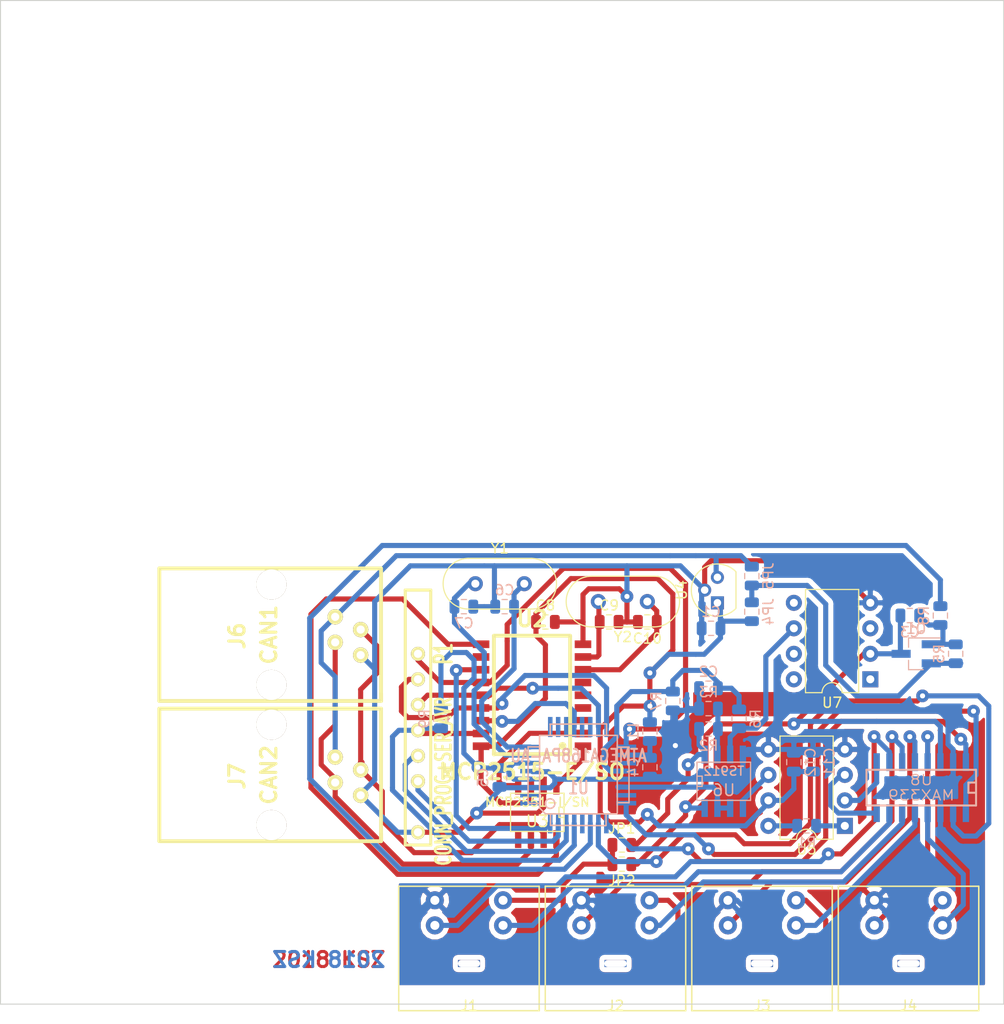
<source format=kicad_pcb>
(kicad_pcb (version 20171130) (host pcbnew 5.0.0+dfsg1-2~bpo9+1)
  (layers (0 F.Cu signal) (31 B.Cu signal) (34 B.Paste user) (35 F.Paste user) (36 B.SilkS user) (37 F.SilkS user) (38 B.Mask user) (39 F.Mask user) (44 Edge.Cuts user))
  (net 0 "")
  (net 1 "Net-(C6-Pad1)")
  (net 2 "Net-(J3-Pad2)")
  (net 3 "Net-(J4-Pad1)")
  (net 4 "Net-(J4-Pad2)")
  (net 5 "Net-(J6-Pad3)")
  (net 6 "Net-(J6-Pad4)")
  (net 7 "Net-(U2-Pad1)")
  (net 8 "Net-(U2-Pad2)")
  (net 9 "Net-(U2-Pad11)")
  (net 10 "Net-(U3-Pad5)")
  (net 11 "Net-(P1-Pad6)")
  (net 12 "Net-(U1-Pad1)")
  (net 13 "Net-(U1-Pad12)")
  (net 14 "Net-(P1-Pad5)")
  (net 15 "Net-(P1-Pad4)")
  (net 16 "Net-(P1-Pad3)")
  (net 17 "Net-(U1-Pad19)")
  (net 18 "Net-(U1-Pad22)")
  (net 19 "Net-(U1-Pad23)")
  (net 20 "Net-(U1-Pad24)")
  (net 21 "Net-(U1-Pad25)")
  (net 22 "Net-(U1-Pad26)")
  (net 23 "Net-(U1-Pad28)")
  (net 24 "Net-(U1-Pad32)")
  (net 25 "Net-(U2-Pad10)")
  (net 26 "Net-(U2-Pad3)")
  (net 27 "Net-(U2-Pad4)")
  (net 28 "Net-(U2-Pad5)")
  (net 29 "Net-(U2-Pad6)")
  (net 30 "Net-(R2-Pad2)")
  (net 31 VCC)
  (net 32 "Net-(J2-Pad1)")
  (net 33 "Net-(J3-Pad1)")
  (net 34 "Net-(U1-Pad13)")
  (net 35 "Net-(U1-Pad14)")
  (net 36 "Net-(J2-Pad2)")
  (net 37 GNDA)
  (net 38 "Net-(R6-Pad1)")
  (net 39 "Net-(C3-Pad2)")
  (net 40 "Net-(R8-Pad1)")
  (net 41 "Net-(JP4-Pad2)")
  (net 42 "Net-(J1-Pad3)")
  (net 43 "Net-(JP1-Pad2)")
  (net 44 /12V)
  (net 45 "Net-(R1-Pad2)")
  (net 46 "Net-(R1-Pad1)")
  (net 47 "Net-(C4-Pad1)")
  (net 48 "Net-(U5-Pad2)")
  (net 49 "Net-(U5-Pad3)")
  (net 50 "Net-(U7-Pad3)")
  (net 51 "Net-(U7-Pad5)")
  (net 52 "Net-(C10-Pad1)")
  (net 53 "Net-(C9-Pad1)")
  (net 54 "Net-(J1-Pad1)")
  (net 55 "Net-(J1-Pad2)")
  (net 56 "Net-(U1-Pad2)")
  (net 57 "Net-(C7-Pad1)")
  (net 58 "Net-(U1-Pad9)")
  (net 59 "Net-(U1-Pad10)")
  (net 60 "Net-(U1-Pad11)")
  (net 61 "Net-(U5-Pad6)")
  (net 62 "Net-(P1-Pad7)")
  (net 63 "Net-(P1-Pad8)")
  (net 64 "Net-(C2-Pad1)")
  (net 65 "Net-(C3-Pad1)")
  (module Capacitor_SMD:C_0805_2012Metric (layer B.Cu) (at 260.985 135.89 90)
    (fp_text reference C11 (at 0 1.65 90) (layer B.SilkS) (effects (justify mirror)))
    (fp_text value 100n)
    (pad 2 smd roundrect (at 0.9375 0 90) (size 0.975 1.4) (layers B.Cu B.Paste B.Mask) (net 37 GNDA))
    (pad 1 smd roundrect (at -0.9375 0 90) (size 0.975 1.4) (layers B.Cu B.Paste B.Mask) (net 31 VCC))
  )
  (module Capacitor_SMD:C_0805_2012Metric (layer B.Cu) (at 259.08 135.89 90)
    (fp_text reference C12 (at 0 1.65 90) (layer B.SilkS) (effects (justify mirror)))
    (fp_text value 10u)
    (pad 1 smd roundrect (at -0.9375 0 90) (size 0.975 1.4) (layers B.Cu B.Paste B.Mask) (net 31 VCC))
    (pad 2 smd roundrect (at 0.9375 0 90) (size 0.975 1.4) (layers B.Cu B.Paste B.Mask) (net 37 GNDA))
  )
  (module Capacitor_SMD:C_0805_2012Metric (layer B.Cu) (at 250.571 128.524 180)
    (fp_text reference C2 (at 0 1.65 180) (layer B.SilkS) (effects (justify mirror)))
    (fp_text value 100n)
    (pad 1 smd roundrect (at -0.9375 0 180) (size 0.975 1.4) (layers B.Cu B.Paste B.Mask) (net 64 "Net-(C2-Pad1)"))
    (pad 2 smd roundrect (at 0.9375 0 180) (size 0.975 1.4) (layers B.Cu B.Paste B.Mask) (net 37 GNDA))
  )
  (module ICs_SMD_K:SOIC18_300 (layer F.Cu) (at 232.9815 129.2225 270)
    (fp_text reference U2 (at -7.59968 0) (layer F.SilkS) (effects (font (size 1.524 1.524) (thickness 0.3048))))
    (fp_text value MCP2515-E/SO (at 7.62 0) (layer F.SilkS) (effects (font (size 1.524 1.524) (thickness 0.3048))))
    (pad 15 smd rect (at 1.27 5.08 270) (size 0.762 1.651) (layers F.Cu F.Paste F.Mask) (net 15 "Net-(P1-Pad4)"))
    (pad 14 smd rect (at 0 5.08 270) (size 0.762 1.651) (layers F.Cu F.Paste F.Mask) (net 14 "Net-(P1-Pad5)"))
    (pad 12 smd rect (at -2.54 5.08 270) (size 0.762 1.651) (layers F.Cu F.Paste F.Mask) (net 24 "Net-(U1-Pad32)"))
    (pad 13 smd rect (at -1.27 5.08 270) (size 0.762 1.651) (layers F.Cu F.Paste F.Mask) (net 16 "Net-(P1-Pad3)"))
    (pad 11 smd rect (at -3.81 5.08 270) (size 0.762 1.651) (layers F.Cu F.Paste F.Mask) (net 9 "Net-(U2-Pad11)"))
    (pad 10 smd rect (at -5.08 5.08 270) (size 0.762 1.651) (layers F.Cu F.Paste F.Mask) (net 25 "Net-(U2-Pad10)"))
    (pad 16 smd rect (at 2.54 5.08 270) (size 0.762 1.651) (layers F.Cu F.Paste F.Mask) (net 13 "Net-(U1-Pad12)"))
    (pad 17 smd rect (at 3.81 5.08 270) (size 0.762 1.651) (layers F.Cu F.Paste F.Mask) (net 11 "Net-(P1-Pad6)"))
    (pad 18 smd rect (at 5.08 5.08 270) (size 0.762 1.651) (layers F.Cu F.Paste F.Mask) (net 31 VCC))
    (pad 1 smd rect (at 5.08 -5.08 270) (size 0.762 1.651) (layers F.Cu F.Paste F.Mask) (net 7 "Net-(U2-Pad1)"))
    (pad 2 smd rect (at 3.81 -5.08 270) (size 0.762 1.651) (layers F.Cu F.Paste F.Mask) (net 8 "Net-(U2-Pad2)"))
    (pad 3 smd rect (at 2.54 -5.08 270) (size 0.762 1.651) (layers F.Cu F.Paste F.Mask) (net 26 "Net-(U2-Pad3)"))
    (pad 4 smd rect (at 1.27 -5.08 270) (size 0.762 1.651) (layers F.Cu F.Paste F.Mask) (net 27 "Net-(U2-Pad4)"))
    (pad 5 smd rect (at 0 -5.08 270) (size 0.762 1.651) (layers F.Cu F.Paste F.Mask) (net 28 "Net-(U2-Pad5)"))
    (pad 6 smd rect (at -1.27 -5.08 270) (size 0.762 1.651) (layers F.Cu F.Paste F.Mask) (net 29 "Net-(U2-Pad6)"))
    (pad 7 smd rect (at -2.54 -5.08 270) (size 0.762 1.651) (layers F.Cu F.Paste F.Mask) (net 52 "Net-(C10-Pad1)"))
    (pad 8 smd rect (at -3.81 -5.08 270) (size 0.762 1.651) (layers F.Cu F.Paste F.Mask) (net 53 "Net-(C9-Pad1)"))
    (pad 9 smd rect (at -5.08 -5.08 270) (size 0.762 1.651) (layers F.Cu F.Paste F.Mask) (net 37 GNDA))
  )
  (module Resistor_SMD:R_0805_2012Metric (layer F.Cu) (at 241.935 144.145)
    (fp_text reference JP1 (at 0 -1.65) (layer F.SilkS))
    (fp_text value a10)
    (pad 1 smd roundrect (at -0.9375 0) (size 0.975 1.4) (layers F.Cu F.Paste F.Mask) (net 42 "Net-(J1-Pad3)"))
    (pad 2 smd roundrect (at 0.9375 0) (size 0.975 1.4) (layers F.Cu F.Paste F.Mask) (net 43 "Net-(JP1-Pad2)"))
  )
  (module Capacitor_SMD:C_0805_2012Metric (layer B.Cu) (at 226.187 120.396)
    (fp_text reference C7 (at 0 1.65) (layer B.SilkS) (effects (justify mirror)))
    (fp_text value 22p)
    (pad 1 smd roundrect (at -0.9375 0) (size 0.975 1.4) (layers B.Cu B.Paste B.Mask) (net 57 "Net-(C7-Pad1)"))
    (pad 2 smd roundrect (at 0.9375 0) (size 0.975 1.4) (layers B.Cu B.Paste B.Mask) (net 37 GNDA))
  )
  (module Capacitor_SMD:C_0805_2012Metric (layer B.Cu) (at 244.729 136.398 270)
    (fp_text reference C4 (at 0 1.65 270) (layer B.SilkS) (effects (justify mirror)))
    (fp_text value 100n)
    (pad 1 smd roundrect (at -0.9375 0 270) (size 0.975 1.4) (layers B.Cu B.Paste B.Mask) (net 47 "Net-(C4-Pad1)"))
    (pad 2 smd roundrect (at 0.9375 0 270) (size 0.975 1.4) (layers B.Cu B.Paste B.Mask) (net 37 GNDA))
  )
  (module Package_DIP:DIP-8_W7.62mm (layer F.Cu) (at 266.7 127.635 180)
    (fp_text reference U7 (at 3.81 -2.33 180) (layer F.SilkS))
    (fp_text value REF02)
    (pad 8 thru_hole oval (at 7.62 0 180) (size 1.6 1.6) (drill 0.8) (layers *.Cu *.Mask))
    (pad 4 thru_hole oval (at 0 7.62 180) (size 1.6 1.6) (drill 0.8) (layers *.Cu *.Mask) (net 37 GNDA))
    (pad 7 thru_hole oval (at 7.62 2.54 180) (size 1.6 1.6) (drill 0.8) (layers *.Cu *.Mask))
    (pad 3 thru_hole oval (at 0 5.08 180) (size 1.6 1.6) (drill 0.8) (layers *.Cu *.Mask) (net 50 "Net-(U7-Pad3)"))
    (pad 6 thru_hole oval (at 7.62 5.08 180) (size 1.6 1.6) (drill 0.8) (layers *.Cu *.Mask) (net 38 "Net-(R6-Pad1)"))
    (pad 2 thru_hole oval (at 0 2.54 180) (size 1.6 1.6) (drill 0.8) (layers *.Cu *.Mask) (net 65 "Net-(C3-Pad1)"))
    (pad 5 thru_hole oval (at 7.62 7.62 180) (size 1.6 1.6) (drill 0.8) (layers *.Cu *.Mask) (net 51 "Net-(U7-Pad5)"))
    (pad 1 thru_hole rect (at 0 0 180) (size 1.6 1.6) (drill 0.8) (layers *.Cu *.Mask))
  )
  (module Inductor_SMD:L_0805_2012Metric (layer B.Cu) (at 244.729 132.842 270)
    (fp_text reference L1 (at 0 1.65 270) (layer B.SilkS) (effects (justify mirror)))
    (fp_text value 10µ)
    (pad 1 smd roundrect (at -0.9375 0 270) (size 0.975 1.4) (layers B.Cu B.Paste B.Mask) (net 31 VCC))
    (pad 2 smd roundrect (at 0.9375 0 270) (size 0.975 1.4) (layers B.Cu B.Paste B.Mask) (net 47 "Net-(C4-Pad1)"))
  )
  (module ICs_SMD_K:TQFP32 (layer B.Cu) (at 237.617 137.16)
    (fp_text reference U1 (at 0 1.27) (layer B.SilkS) (effects (font (size 1.27 1.016) (thickness 0.2032)) (justify mirror)))
    (fp_text value ATMEGA168PA-AU (at 0 -1.905) (layer B.SilkS) (effects (font (size 1.27 1.016) (thickness 0.2032)) (justify mirror)))
    (pad 8 smd rect (at -4.81584 -2.77622) (size 1.99898 0.44958) (layers B.Cu B.Paste B.Mask) (net 1 "Net-(C6-Pad1)"))
    (pad 7 smd rect (at -4.81584 -1.97612) (size 1.99898 0.44958) (layers B.Cu B.Paste B.Mask) (net 57 "Net-(C7-Pad1)"))
    (pad 6 smd rect (at -4.81584 -1.17602) (size 1.99898 0.44958) (layers B.Cu B.Paste B.Mask) (net 31 VCC))
    (pad 5 smd rect (at -4.81584 -0.37592) (size 1.99898 0.44958) (layers B.Cu B.Paste B.Mask) (net 37 GNDA))
    (pad 4 smd rect (at -4.81584 0.42418) (size 1.99898 0.44958) (layers B.Cu B.Paste B.Mask) (net 31 VCC))
    (pad 3 smd rect (at -4.81584 1.22428) (size 1.99898 0.44958) (layers B.Cu B.Paste B.Mask) (net 37 GNDA))
    (pad 2 smd rect (at -4.81584 2.02438) (size 1.99898 0.44958) (layers B.Cu B.Paste B.Mask) (net 56 "Net-(U1-Pad2)"))
    (pad 1 smd rect (at -4.81584 2.82448) (size 1.99898 0.44958) (layers B.Cu B.Paste B.Mask) (net 12 "Net-(U1-Pad1)"))
    (pad 24 smd rect (at 4.7498 2.8194) (size 1.99898 0.44958) (layers B.Cu B.Paste B.Mask) (net 20 "Net-(U1-Pad24)"))
    (pad 17 smd rect (at 4.7498 -2.794) (size 1.99898 0.44958) (layers B.Cu B.Paste B.Mask) (net 16 "Net-(P1-Pad3)"))
    (pad 18 smd rect (at 4.7498 -1.9812) (size 1.99898 0.44958) (layers B.Cu B.Paste B.Mask) (net 47 "Net-(C4-Pad1)"))
    (pad 19 smd rect (at 4.7498 -1.1684) (size 1.99898 0.44958) (layers B.Cu B.Paste B.Mask) (net 17 "Net-(U1-Pad19)"))
    (pad 20 smd rect (at 4.7498 -0.381) (size 1.99898 0.44958) (layers B.Cu B.Paste B.Mask) (net 64 "Net-(C2-Pad1)"))
    (pad 21 smd rect (at 4.7498 0.4318) (size 1.99898 0.44958) (layers B.Cu B.Paste B.Mask) (net 37 GNDA))
    (pad 22 smd rect (at 4.7498 1.2192) (size 1.99898 0.44958) (layers B.Cu B.Paste B.Mask) (net 18 "Net-(U1-Pad22)"))
    (pad 23 smd rect (at 4.7498 2.032) (size 1.99898 0.44958) (layers B.Cu B.Paste B.Mask) (net 19 "Net-(U1-Pad23)"))
    (pad 32 smd rect (at -2.82448 4.826) (size 0.44958 1.99898) (layers B.Cu B.Paste B.Mask) (net 24 "Net-(U1-Pad32)"))
    (pad 31 smd rect (at -2.02692 4.826) (size 0.44958 1.99898) (layers B.Cu B.Paste B.Mask) (net 63 "Net-(P1-Pad8)"))
    (pad 30 smd rect (at -1.22428 4.826) (size 0.44958 1.99898) (layers B.Cu B.Paste B.Mask) (net 62 "Net-(P1-Pad7)"))
    (pad 29 smd rect (at -0.42672 4.826) (size 0.44958 1.99898) (layers B.Cu B.Paste B.Mask) (net 11 "Net-(P1-Pad6)"))
    (pad 28 smd rect (at 0.37592 4.826) (size 0.44958 1.99898) (layers B.Cu B.Paste B.Mask) (net 23 "Net-(U1-Pad28)"))
    (pad 27 smd rect (at 1.17348 4.826) (size 0.44958 1.99898) (layers B.Cu B.Paste B.Mask) (net 40 "Net-(R8-Pad1)"))
    (pad 26 smd rect (at 1.97612 4.826) (size 0.44958 1.99898) (layers B.Cu B.Paste B.Mask) (net 22 "Net-(U1-Pad26)"))
    (pad 25 smd rect (at 2.77368 4.826) (size 0.44958 1.99898) (layers B.Cu B.Paste B.Mask) (net 21 "Net-(U1-Pad25)"))
    (pad 9 smd rect (at -2.8194 -4.7752) (size 0.44958 1.99898) (layers B.Cu B.Paste B.Mask) (net 58 "Net-(U1-Pad9)"))
    (pad 10 smd rect (at -2.032 -4.7752) (size 0.44958 1.99898) (layers B.Cu B.Paste B.Mask) (net 59 "Net-(U1-Pad10)"))
    (pad 11 smd rect (at -1.2192 -4.7752) (size 0.44958 1.99898) (layers B.Cu B.Paste B.Mask) (net 60 "Net-(U1-Pad11)"))
    (pad 12 smd rect (at -0.4318 -4.7752) (size 0.44958 1.99898) (layers B.Cu B.Paste B.Mask) (net 13 "Net-(U1-Pad12)"))
    (pad 13 smd rect (at 0.3556 -4.7752) (size 0.44958 1.99898) (layers B.Cu B.Paste B.Mask) (net 34 "Net-(U1-Pad13)"))
    (pad 14 smd rect (at 1.1684 -4.7752) (size 0.44958 1.99898) (layers B.Cu B.Paste B.Mask) (net 35 "Net-(U1-Pad14)"))
    (pad 15 smd rect (at 1.9812 -4.7752) (size 0.44958 1.99898) (layers B.Cu B.Paste B.Mask) (net 14 "Net-(P1-Pad5)"))
    (pad 16 smd rect (at 2.794 -4.7752) (size 0.44958 1.99898) (layers B.Cu B.Paste B.Mask) (net 15 "Net-(P1-Pad4)"))
  )
  (module Connectors_K:CONN_MINI_DIN_4 (layer F.Cu) (at 270.51 160.655 180)
    (fp_text reference J4 (at 0 0.5 180) (layer F.SilkS))
    (fp_text value Tens1)
    (pad 1 thru_hole circle (at -3.4 8.5 180) (size 1.8 1.8) (drill 0.9) (layers *.Cu *.Mask) (net 3 "Net-(J4-Pad1)"))
    (pad 2 thru_hole circle (at 3.4 8.5 180) (size 1.8 1.8) (drill 0.9) (layers *.Cu *.Mask) (net 4 "Net-(J4-Pad2)"))
    (pad 3 thru_hole circle (at -3.4 11 180) (size 1.8 1.8) (drill 0.9) (layers *.Cu *.Mask) (net 42 "Net-(J1-Pad3)"))
    (pad 4 thru_hole circle (at 3.4 11 180) (size 1.8 1.8) (drill 0.9) (layers *.Cu *.Mask) (net 37 GNDA))
    (pad "" np_thru_hole rect (at 0 4.7 180) (size 2.2 0.7) (drill oval 2.2 0.7) (layers *.Cu *.Mask))
  )
  (module Package_TO_SOT_THT:TO-92 (layer F.Cu) (at 251.46 120.015 90)
    (fp_text reference U4 (at 1.27 -3.56 90) (layer F.SilkS))
    (fp_text value LP2950-5.0_TO92)
    (pad 2 thru_hole circle (at 1.27 -1.27 180) (size 1.3 1.3) (drill 0.75) (layers *.Cu *.Mask) (net 37 GNDA))
    (pad 3 thru_hole circle (at 2.54 0 180) (size 1.3 1.3) (drill 0.75) (layers *.Cu *.Mask) (net 44 /12V))
    (pad 1 thru_hole rect (at 0 0 180) (size 1.3 1.3) (drill 0.75) (layers *.Cu *.Mask) (net 31 VCC))
  )
  (module ICs_SMD_K:SOIC16_150 (layer B.Cu) (at 271.78 138.43 180)
    (fp_text reference U8 (at 0 0.762 180) (layer B.SilkS) (effects (font (size 1.016 1.143) (thickness 0.127)) (justify mirror)))
    (fp_text value MAX339 (at 0 -0.762 180) (layer B.SilkS) (effects (font (size 1.016 1.143) (thickness 0.127)) (justify mirror)))
    (pad 1 smd rect (at -4.445 -2.54 180) (size 0.635 1.778) (layers B.Cu B.Paste B.Mask) (net 20 "Net-(U1-Pad24)"))
    (pad 2 smd rect (at -3.175 -2.54 180) (size 0.635 1.778) (layers B.Cu B.Paste B.Mask) (net 22 "Net-(U1-Pad26)"))
    (pad 3 smd rect (at -1.905 -2.54 180) (size 0.635 1.778) (layers B.Cu B.Paste B.Mask) (net 37 GNDA))
    (pad 4 smd rect (at -0.635 -2.54 180) (size 0.635 1.778) (layers B.Cu B.Paste B.Mask) (net 3 "Net-(J4-Pad1)"))
    (pad 5 smd rect (at 0.635 -2.54 180) (size 0.635 1.778) (layers B.Cu B.Paste B.Mask) (net 33 "Net-(J3-Pad1)"))
    (pad 6 smd rect (at 1.905 -2.54 180) (size 0.635 1.778) (layers B.Cu B.Paste B.Mask) (net 32 "Net-(J2-Pad1)"))
    (pad 7 smd rect (at 3.175 -2.54 180) (size 0.635 1.778) (layers B.Cu B.Paste B.Mask) (net 54 "Net-(J1-Pad1)"))
    (pad 8 smd rect (at 4.445 -2.54 180) (size 0.635 1.778) (layers B.Cu B.Paste B.Mask) (net 49 "Net-(U5-Pad3)"))
    (pad 9 smd rect (at 4.445 2.54 180) (size 0.635 1.778) (layers B.Cu B.Paste B.Mask) (net 48 "Net-(U5-Pad2)"))
    (pad 10 smd rect (at 3.175 2.54 180) (size 0.635 1.778) (layers B.Cu B.Paste B.Mask) (net 55 "Net-(J1-Pad2)"))
    (pad 11 smd rect (at 1.905 2.54 180) (size 0.635 1.778) (layers B.Cu B.Paste B.Mask) (net 36 "Net-(J2-Pad2)"))
    (pad 12 smd rect (at 0.635 2.54 180) (size 0.635 1.778) (layers B.Cu B.Paste B.Mask) (net 2 "Net-(J3-Pad2)"))
    (pad 13 smd rect (at -0.635 2.54 180) (size 0.635 1.778) (layers B.Cu B.Paste B.Mask) (net 4 "Net-(J4-Pad2)"))
    (pad 14 smd rect (at -1.905 2.54 180) (size 0.635 1.778) (layers B.Cu B.Paste B.Mask) (net 65 "Net-(C3-Pad1)"))
    (pad 15 smd rect (at -3.175 2.54 180) (size 0.635 1.778) (layers B.Cu B.Paste B.Mask) (net 37 GNDA))
    (pad 16 smd rect (at -4.445 2.54 180) (size 0.635 1.778) (layers B.Cu B.Paste B.Mask) (net 21 "Net-(U1-Pad25)"))
  )
  (module ICs_SMD_K:SOIC8_150 (layer B.Cu) (at 252.095 137.795)
    (fp_text reference U6 (at 0 0.889) (layer B.SilkS) (effects (font (size 1.143 1.143) (thickness 0.1524)) (justify mirror)))
    (fp_text value TS912 (at 0 -1.016) (layer B.SilkS) (effects (font (size 0.889 0.889) (thickness 0.1524)) (justify mirror)))
    (pad 8 smd rect (at -1.905 2.667) (size 0.635 1.778) (layers B.Cu B.Paste B.Mask) (net 65 "Net-(C3-Pad1)"))
    (pad 1 smd rect (at -1.905 -2.667) (size 0.635 1.778) (layers B.Cu B.Paste B.Mask) (net 43 "Net-(JP1-Pad2)"))
    (pad 7 smd rect (at -0.635 2.667) (size 0.635 1.778) (layers B.Cu B.Paste B.Mask) (net 18 "Net-(U1-Pad22)"))
    (pad 6 smd rect (at 0.635 2.667) (size 0.635 1.778) (layers B.Cu B.Paste B.Mask) (net 18 "Net-(U1-Pad22)"))
    (pad 5 smd rect (at 1.905 2.667) (size 0.635 1.778) (layers B.Cu B.Paste B.Mask) (net 61 "Net-(U5-Pad6)"))
    (pad 2 smd rect (at -0.635 -2.667) (size 0.635 1.778) (layers B.Cu B.Paste B.Mask) (net 30 "Net-(R2-Pad2)"))
    (pad 3 smd rect (at 0.635 -2.667) (size 0.635 1.778) (layers B.Cu B.Paste B.Mask) (net 38 "Net-(R6-Pad1)"))
    (pad 4 smd rect (at 1.905 -2.667) (size 0.635 1.778) (layers B.Cu B.Paste B.Mask) (net 37 GNDA))
  )
  (module Capacitor_SMD:C_0805_2012Metric (layer F.Cu) (at 244.475 121.92 180)
    (fp_text reference C10 (at 0 -1.65 180) (layer F.SilkS))
    (fp_text value 22p)
    (pad 1 smd roundrect (at -0.9375 0 180) (size 0.975 1.4) (layers F.Cu F.Paste F.Mask) (net 52 "Net-(C10-Pad1)"))
    (pad 2 smd roundrect (at 0.9375 0 180) (size 0.975 1.4) (layers F.Cu F.Paste F.Mask) (net 37 GNDA))
  )
  (module Capacitor_SMD:C_0805_2012Metric (layer F.Cu) (at 240.665 121.92)
    (fp_text reference C9 (at 0 -1.65) (layer F.SilkS))
    (fp_text value 22p)
    (pad 2 smd roundrect (at 0.9375 0) (size 0.975 1.4) (layers F.Cu F.Paste F.Mask) (net 37 GNDA))
    (pad 1 smd roundrect (at -0.9375 0) (size 0.975 1.4) (layers F.Cu F.Paste F.Mask) (net 53 "Net-(C9-Pad1)"))
  )
  (module Capacitor_SMD:C_0805_2012Metric (layer F.Cu) (at 234.315 121.92)
    (fp_text reference C8 (at 0 -1.65) (layer F.SilkS))
    (fp_text value 100n)
    (pad 1 smd roundrect (at -0.9375 0) (size 0.975 1.4) (layers F.Cu F.Paste F.Mask) (net 31 VCC))
    (pad 2 smd roundrect (at 0.9375 0) (size 0.975 1.4) (layers F.Cu F.Paste F.Mask) (net 37 GNDA))
  )
  (module Connectors_K:CONN_MINI_DIN_4 (layer F.Cu) (at 226.695 160.655 180)
    (fp_text reference J1 (at 0 0.5 180) (layer F.SilkS))
    (fp_text value Tens4)
    (pad "" np_thru_hole rect (at 0 4.7 180) (size 2.2 0.7) (drill oval 2.2 0.7) (layers *.Cu *.Mask))
    (pad 4 thru_hole circle (at 3.4 11 180) (size 1.8 1.8) (drill 0.9) (layers *.Cu *.Mask) (net 37 GNDA))
    (pad 3 thru_hole circle (at -3.4 11 180) (size 1.8 1.8) (drill 0.9) (layers *.Cu *.Mask) (net 42 "Net-(J1-Pad3)"))
    (pad 2 thru_hole circle (at 3.4 8.5 180) (size 1.8 1.8) (drill 0.9) (layers *.Cu *.Mask) (net 55 "Net-(J1-Pad2)"))
    (pad 1 thru_hole circle (at -3.4 8.5 180) (size 1.8 1.8) (drill 0.9) (layers *.Cu *.Mask) (net 54 "Net-(J1-Pad1)"))
  )
  (module Package_DIP:DIP-8_W7.62mm (layer F.Cu) (at 264.16 142.24 180)
    (fp_text reference U5 (at 3.81 -2.33 180) (layer F.SilkS))
    (fp_text value AD623)
    (pad 1 thru_hole rect (at 0 0 180) (size 1.6 1.6) (drill 0.8) (layers *.Cu *.Mask) (net 45 "Net-(R1-Pad2)"))
    (pad 5 thru_hole oval (at 7.62 7.62 180) (size 1.6 1.6) (drill 0.8) (layers *.Cu *.Mask) (net 37 GNDA))
    (pad 2 thru_hole oval (at 0 2.54 180) (size 1.6 1.6) (drill 0.8) (layers *.Cu *.Mask) (net 48 "Net-(U5-Pad2)"))
    (pad 6 thru_hole oval (at 7.62 5.08 180) (size 1.6 1.6) (drill 0.8) (layers *.Cu *.Mask) (net 61 "Net-(U5-Pad6)"))
    (pad 3 thru_hole oval (at 0 5.08 180) (size 1.6 1.6) (drill 0.8) (layers *.Cu *.Mask) (net 49 "Net-(U5-Pad3)"))
    (pad 7 thru_hole oval (at 7.62 2.54 180) (size 1.6 1.6) (drill 0.8) (layers *.Cu *.Mask) (net 31 VCC))
    (pad 4 thru_hole oval (at 0 7.62 180) (size 1.6 1.6) (drill 0.8) (layers *.Cu *.Mask) (net 37 GNDA))
    (pad 8 thru_hole oval (at 7.62 0 180) (size 1.6 1.6) (drill 0.8) (layers *.Cu *.Mask) (net 46 "Net-(R1-Pad1)"))
  )
  (module Resistor_SMD:R_0805_2012Metric (layer B.Cu) (at 254.889 117.348 90)
    (fp_text reference JP5 (at 0 1.65 90) (layer B.SilkS) (effects (justify mirror)))
    (fp_text value a10)
    (pad 1 smd roundrect (at -0.9375 0 90) (size 0.975 1.4) (layers B.Cu B.Paste B.Mask) (net 41 "Net-(JP4-Pad2)"))
    (pad 2 smd roundrect (at 0.9375 0 90) (size 0.975 1.4) (layers B.Cu B.Paste B.Mask) (net 44 /12V))
  )
  (module Resistor_SMD:R_0805_2012Metric (layer B.Cu) (at 254.889 120.904 90)
    (fp_text reference JP4 (at 0 1.65 90) (layer B.SilkS) (effects (justify mirror)))
    (fp_text value ad)
    (pad 2 smd roundrect (at 0.9375 0 90) (size 0.975 1.4) (layers B.Cu B.Paste B.Mask) (net 41 "Net-(JP4-Pad2)"))
    (pad 1 smd roundrect (at -0.9375 0 90) (size 0.975 1.4) (layers B.Cu B.Paste B.Mask) (net 31 VCC))
  )
  (module Resistor_SMD:R_0805_2012Metric (layer F.Cu) (at 241.935 146.05 180)
    (fp_text reference JP2 (at 0 -1.65 180) (layer F.SilkS))
    (fp_text value ad)
    (pad 2 smd roundrect (at 0.9375 0 180) (size 0.975 1.4) (layers F.Cu F.Paste F.Mask) (net 42 "Net-(J1-Pad3)"))
    (pad 1 smd roundrect (at -0.9375 0 180) (size 0.975 1.4) (layers F.Cu F.Paste F.Mask) (net 65 "Net-(C3-Pad1)"))
  )
  (module Resistor_SMD:R_0805_2012Metric (layer B.Cu) (at 275.209 125.095 270)
    (fp_text reference R5 (at 0 1.65 270) (layer B.SilkS) (effects (justify mirror)))
    (fp_text value 100k)
    (pad 1 smd roundrect (at -0.9375 0 270) (size 0.975 1.4) (layers B.Cu B.Paste B.Mask) (net 39 "Net-(C3-Pad2)"))
    (pad 2 smd roundrect (at 0.9375 0 270) (size 0.975 1.4) (layers B.Cu B.Paste B.Mask) (net 41 "Net-(JP4-Pad2)"))
  )
  (module Resistor_SMD:R_0805_2012Metric (layer B.Cu) (at 273.685 121.285 270)
    (fp_text reference R8 (at 0 1.65 270) (layer B.SilkS) (effects (justify mirror)))
    (fp_text value 10)
    (pad 2 smd roundrect (at 0.9375 0 270) (size 0.975 1.4) (layers B.Cu B.Paste B.Mask) (net 39 "Net-(C3-Pad2)"))
    (pad 1 smd roundrect (at -0.9375 0 270) (size 0.975 1.4) (layers B.Cu B.Paste B.Mask) (net 40 "Net-(R8-Pad1)"))
  )
  (module Resistor_SMD:R_0805_2012Metric (layer B.Cu) (at 223.901 131.572 270)
    (fp_text reference R9 (at 0 1.65 270) (layer B.SilkS) (effects (justify mirror)))
    (fp_text value 10k)
    (pad 2 smd roundrect (at 0.9375 0 270) (size 0.975 1.4) (layers B.Cu B.Paste B.Mask) (net 11 "Net-(P1-Pad6)"))
    (pad 1 smd roundrect (at -0.9375 0 270) (size 0.975 1.4) (layers B.Cu B.Paste B.Mask) (net 31 VCC))
  )
  (module Resistor_SMD:R_0805_2012Metric (layer B.Cu) (at 253.619 131.572 90)
    (fp_text reference R6 (at 0 1.65 90) (layer B.SilkS) (effects (justify mirror)))
    (fp_text value 100k)
    (pad 2 smd roundrect (at 0.9375 0 90) (size 0.975 1.4) (layers B.Cu B.Paste B.Mask) (net 64 "Net-(C2-Pad1)"))
    (pad 1 smd roundrect (at -0.9375 0 90) (size 0.975 1.4) (layers B.Cu B.Paste B.Mask) (net 38 "Net-(R6-Pad1)"))
  )
  (module Resistor_SMD:R_0805_2012Metric (layer B.Cu) (at 247.015 129.794 270)
    (fp_text reference R7 (at 0 1.65 270) (layer B.SilkS) (effects (justify mirror)))
    (fp_text value 100k)
    (pad 1 smd roundrect (at -0.9375 0 270) (size 0.975 1.4) (layers B.Cu B.Paste B.Mask) (net 64 "Net-(C2-Pad1)"))
    (pad 2 smd roundrect (at 0.9375 0 270) (size 0.975 1.4) (layers B.Cu B.Paste B.Mask) (net 37 GNDA))
  )
  (module Connectors_K:CONN_MINI_DIN_4 (layer F.Cu) (at 241.3 160.655 180)
    (fp_text reference J2 (at 0 0.5 180) (layer F.SilkS))
    (fp_text value Tens3)
    (pad 1 thru_hole circle (at -3.4 8.5 180) (size 1.8 1.8) (drill 0.9) (layers *.Cu *.Mask) (net 32 "Net-(J2-Pad1)"))
    (pad 2 thru_hole circle (at 3.4 8.5 180) (size 1.8 1.8) (drill 0.9) (layers *.Cu *.Mask) (net 36 "Net-(J2-Pad2)"))
    (pad 3 thru_hole circle (at -3.4 11 180) (size 1.8 1.8) (drill 0.9) (layers *.Cu *.Mask) (net 42 "Net-(J1-Pad3)"))
    (pad 4 thru_hole circle (at 3.4 11 180) (size 1.8 1.8) (drill 0.9) (layers *.Cu *.Mask) (net 37 GNDA))
    (pad "" np_thru_hole rect (at 0 4.7 180) (size 2.2 0.7) (drill oval 2.2 0.7) (layers *.Cu *.Mask))
  )
  (module Connectors_K:CONN_MINI_DIN_4 (layer F.Cu) (at 255.905 160.655 180)
    (fp_text reference J3 (at 0 0.5 180) (layer F.SilkS))
    (fp_text value Tens2)
    (pad "" np_thru_hole rect (at 0 4.7 180) (size 2.2 0.7) (drill oval 2.2 0.7) (layers *.Cu *.Mask))
    (pad 4 thru_hole circle (at 3.4 11 180) (size 1.8 1.8) (drill 0.9) (layers *.Cu *.Mask) (net 37 GNDA))
    (pad 3 thru_hole circle (at -3.4 11 180) (size 1.8 1.8) (drill 0.9) (layers *.Cu *.Mask) (net 42 "Net-(J1-Pad3)"))
    (pad 2 thru_hole circle (at 3.4 8.5 180) (size 1.8 1.8) (drill 0.9) (layers *.Cu *.Mask) (net 2 "Net-(J3-Pad2)"))
    (pad 1 thru_hole circle (at -3.4 8.5 180) (size 1.8 1.8) (drill 0.9) (layers *.Cu *.Mask) (net 33 "Net-(J3-Pad1)"))
  )
  (module Crystal:Crystal_HC49-U_Vertical (layer F.Cu) (at 244.475 119.888 180)
    (fp_text reference Y2 (at 2.44 -3.525 180) (layer F.SilkS))
    (fp_text value 16MHz)
    (pad 1 thru_hole circle (at 0 0 180) (size 1.5 1.5) (drill 0.8) (layers *.Cu *.Mask) (net 52 "Net-(C10-Pad1)"))
    (pad 2 thru_hole circle (at 4.88 0 180) (size 1.5 1.5) (drill 0.8) (layers *.Cu *.Mask) (net 53 "Net-(C9-Pad1)"))
  )
  (module Connectors_K:SIL-10_MYAVR+SER (layer F.Cu) (at 221.615 131.445 270)
    (fp_text reference P1 (at -6.35 -2.54 270) (layer F.SilkS) (effects (font (size 1.72974 1.08712) (thickness 0.27178))))
    (fp_text value CONN_PROG+SER_AVR (at 6.35 -2.54 270) (layer F.SilkS) (effects (font (size 1.524 1.016) (thickness 0.254))))
    (pad 3 thru_hole circle (at -6.35 0 270) (size 1.397 1.397) (drill 0.8128) (layers *.Cu *.Mask F.SilkS) (net 16 "Net-(P1-Pad3)"))
    (pad 4 thru_hole circle (at -3.81 0 270) (size 1.397 1.397) (drill 0.8128) (layers *.Cu *.Mask F.SilkS) (net 15 "Net-(P1-Pad4)"))
    (pad 5 thru_hole circle (at -1.27 0 270) (size 1.397 1.397) (drill 0.8128) (layers *.Cu *.Mask F.SilkS) (net 14 "Net-(P1-Pad5)"))
    (pad 6 thru_hole circle (at 1.27 0 270) (size 1.397 1.397) (drill 0.8128) (layers *.Cu *.Mask F.SilkS) (net 11 "Net-(P1-Pad6)"))
    (pad 10 thru_hole circle (at 11.43 0 270) (size 1.397 1.397) (drill 0.8128) (layers *.Cu *.Mask F.SilkS) (net 37 GNDA))
    (pad 7 thru_hole circle (at 3.81 0 270) (size 1.397 1.397) (drill 0.8128) (layers *.Cu *.Mask F.SilkS) (net 62 "Net-(P1-Pad7)"))
    (pad 8 thru_hole circle (at 6.35 0 270) (size 1.397 1.397) (drill 0.8128) (layers *.Cu *.Mask F.SilkS) (net 63 "Net-(P1-Pad8)"))
  )
  (module Capacitor_SMD:C_0805_2012Metric (layer B.Cu) (at 250.825 122.555 180)
    (fp_text reference C1 (at 0 1.65 180) (layer B.SilkS) (effects (justify mirror)))
    (fp_text value 4.7u)
    (pad 2 smd roundrect (at 0.9375 0 180) (size 0.975 1.4) (layers B.Cu B.Paste B.Mask) (net 37 GNDA))
    (pad 1 smd roundrect (at -0.9375 0 180) (size 0.975 1.4) (layers B.Cu B.Paste B.Mask) (net 31 VCC))
  )
  (module Capacitor_SMD:C_0805_2012Metric (layer B.Cu) (at 270.637 121.285)
    (fp_text reference C3 (at 0 1.65) (layer B.SilkS) (effects (justify mirror)))
    (fp_text value 0.1µ)
    (pad 2 smd roundrect (at 0.9375 0) (size 0.975 1.4) (layers B.Cu B.Paste B.Mask) (net 39 "Net-(C3-Pad2)"))
    (pad 1 smd roundrect (at -0.9375 0) (size 0.975 1.4) (layers B.Cu B.Paste B.Mask) (net 65 "Net-(C3-Pad1)"))
  )
  (module Capacitor_SMD:C_0805_2012Metric (layer B.Cu) (at 229.743 137.414 270)
    (fp_text reference C5 (at 0 1.65 270) (layer B.SilkS) (effects (justify mirror)))
    (fp_text value 100n)
    (pad 1 smd roundrect (at -0.9375 0 270) (size 0.975 1.4) (layers B.Cu B.Paste B.Mask) (net 31 VCC))
    (pad 2 smd roundrect (at 0.9375 0 270) (size 0.975 1.4) (layers B.Cu B.Paste B.Mask) (net 37 GNDA))
  )
  (module Capacitor_SMD:C_0805_2012Metric (layer B.Cu) (at 230.251 120.396 180)
    (fp_text reference C6 (at 0 1.65 180) (layer B.SilkS) (effects (justify mirror)))
    (fp_text value 22p)
    (pad 2 smd roundrect (at 0.9375 0 180) (size 0.975 1.4) (layers B.Cu B.Paste B.Mask) (net 37 GNDA))
    (pad 1 smd roundrect (at -0.9375 0 180) (size 0.975 1.4) (layers B.Cu B.Paste B.Mask) (net 1 "Net-(C6-Pad1)"))
  )
  (module Connectors_K:RJ11_RO (layer F.Cu) (at 207.01 123.19 270)
    (fp_text reference J6 (at 0.127 3.429 270) (layer F.SilkS) (effects (font (size 1.524 1.524) (thickness 0.3048))))
    (fp_text value CAN1 (at 0 0.254 270) (layer F.SilkS) (effects (font (size 1.524 1.524) (thickness 0.3048))))
    (pad 7 thru_hole circle (at -5.00126 0 270) (size 2.99974 2.99974) (drill 2.99974) (layers *.Cu *.Mask F.SilkS))
    (pad 8 thru_hole circle (at 5.00126 0 270) (size 2.99974 2.99974) (drill 2.99974) (layers *.Cu *.Mask F.SilkS))
    (pad 2 thru_hole circle (at -1.778 -6.35 270) (size 1.524 1.524) (drill 0.8128) (layers *.Cu *.Mask F.SilkS) (net 44 /12V))
    (pad 4 thru_hole circle (at 0.762 -6.35 270) (size 1.524 1.524) (drill 0.8128) (layers *.Cu *.Mask F.SilkS) (net 6 "Net-(J6-Pad4)"))
    (pad 5 thru_hole circle (at 2.032 -8.89 270) (size 1.524 1.524) (drill 0.8128) (layers *.Cu *.Mask F.SilkS) (net 37 GNDA))
    (pad 3 thru_hole circle (at -0.508 -8.89 270) (size 1.524 1.524) (drill 0.8128) (layers *.Cu *.Mask F.SilkS) (net 5 "Net-(J6-Pad3)"))
  )
  (module Connectors_K:RJ11_RO (layer F.Cu) (at 207.01 137.16 270)
    (fp_text reference J7 (at 0.127 3.429 270) (layer F.SilkS) (effects (font (size 1.524 1.524) (thickness 0.3048))))
    (fp_text value CAN2 (at 0 0.254 270) (layer F.SilkS) (effects (font (size 1.524 1.524) (thickness 0.3048))))
    (pad 3 thru_hole circle (at -0.508 -8.89 270) (size 1.524 1.524) (drill 0.8128) (layers *.Cu *.Mask F.SilkS) (net 5 "Net-(J6-Pad3)"))
    (pad 5 thru_hole circle (at 2.032 -8.89 270) (size 1.524 1.524) (drill 0.8128) (layers *.Cu *.Mask F.SilkS) (net 37 GNDA))
    (pad 4 thru_hole circle (at 0.762 -6.35 270) (size 1.524 1.524) (drill 0.8128) (layers *.Cu *.Mask F.SilkS) (net 6 "Net-(J6-Pad4)"))
    (pad 2 thru_hole circle (at -1.778 -6.35 270) (size 1.524 1.524) (drill 0.8128) (layers *.Cu *.Mask F.SilkS) (net 44 /12V))
    (pad 8 thru_hole circle (at 5.00126 0 270) (size 2.99974 2.99974) (drill 2.99974) (layers *.Cu *.Mask F.SilkS))
    (pad 7 thru_hole circle (at -5.00126 0 270) (size 2.99974 2.99974) (drill 2.99974) (layers *.Cu *.Mask F.SilkS))
  )
  (module Package_TO_SOT_SMD:SOT-23_Handsoldering (layer B.Cu) (at 271.272 125.095 180)
    (fp_text reference Q1 (at 0 2.5 180) (layer B.SilkS) (effects (justify mirror)))
    (fp_text value BSS83P)
    (pad 3 smd rect (at 1.5 0 180) (size 1.9 0.8) (layers B.Cu B.Paste B.Mask) (net 65 "Net-(C3-Pad1)"))
    (pad 2 smd rect (at -1.5 -0.95 180) (size 1.9 0.8) (layers B.Cu B.Paste B.Mask) (net 41 "Net-(JP4-Pad2)"))
    (pad 1 smd rect (at -1.5 0.95 180) (size 1.9 0.8) (layers B.Cu B.Paste B.Mask) (net 39 "Net-(C3-Pad2)"))
  )
  (module Resistor_SMD:R_0805_2012Metric (layer B.Cu) (at 260.35 142.24)
    (fp_text reference R1 (at 0 1.65) (layer B.SilkS) (effects (justify mirror)))
    (fp_text value 1k)
    (pad 2 smd roundrect (at 0.9375 0) (size 0.975 1.4) (layers B.Cu B.Paste B.Mask) (net 45 "Net-(R1-Pad2)"))
    (pad 1 smd roundrect (at -0.9375 0) (size 0.975 1.4) (layers B.Cu B.Paste B.Mask) (net 46 "Net-(R1-Pad1)"))
  )
  (module Resistor_SMD:R_0805_2012Metric (layer B.Cu) (at 250.571 132.588)
    (fp_text reference R2 (at 0 1.65) (layer B.SilkS) (effects (justify mirror)))
    (fp_text value 100k)
    (pad 2 smd roundrect (at 0.9375 0) (size 0.975 1.4) (layers B.Cu B.Paste B.Mask) (net 30 "Net-(R2-Pad2)"))
    (pad 1 smd roundrect (at -0.9375 0) (size 0.975 1.4) (layers B.Cu B.Paste B.Mask) (net 43 "Net-(JP1-Pad2)"))
  )
  (module Resistor_SMD:R_0805_2012Metric (layer B.Cu) (at 250.571 130.556 180)
    (fp_text reference R3 (at 0 1.65 180) (layer B.SilkS) (effects (justify mirror)))
    (fp_text value 100k)
    (pad 1 smd roundrect (at -0.9375 0 180) (size 0.975 1.4) (layers B.Cu B.Paste B.Mask) (net 30 "Net-(R2-Pad2)"))
    (pad 2 smd roundrect (at 0.9375 0 180) (size 0.975 1.4) (layers B.Cu B.Paste B.Mask) (net 37 GNDA))
  )
  (module ICs_SMD_K:SOIC8_150 (layer F.Cu) (at 233.506 140.89 180)
    (fp_text reference U3 (at 0 -0.889 180) (layer F.SilkS) (effects (font (size 1.143 1.143) (thickness 0.1524))))
    (fp_text value MCP2551-I/SN (at 0 1.016 180) (layer F.SilkS) (effects (font (size 0.889 0.889) (thickness 0.1524))))
    (pad 8 smd rect (at -1.905 -2.667 180) (size 0.635 1.778) (layers F.Cu F.Paste F.Mask) (net 25 "Net-(U2-Pad10)"))
    (pad 1 smd rect (at -1.905 2.667 180) (size 0.635 1.778) (layers F.Cu F.Paste F.Mask) (net 7 "Net-(U2-Pad1)"))
    (pad 7 smd rect (at -0.635 -2.667 180) (size 0.635 1.778) (layers F.Cu F.Paste F.Mask) (net 5 "Net-(J6-Pad3)"))
    (pad 6 smd rect (at 0.635 -2.667 180) (size 0.635 1.778) (layers F.Cu F.Paste F.Mask) (net 6 "Net-(J6-Pad4)"))
    (pad 5 smd rect (at 1.905 -2.667 180) (size 0.635 1.778) (layers F.Cu F.Paste F.Mask) (net 10 "Net-(U3-Pad5)"))
    (pad 2 smd rect (at -0.635 2.667 180) (size 0.635 1.778) (layers F.Cu F.Paste F.Mask) (net 37 GNDA))
    (pad 3 smd rect (at 0.635 2.667 180) (size 0.635 1.778) (layers F.Cu F.Paste F.Mask) (net 31 VCC))
    (pad 4 smd rect (at 1.905 2.667 180) (size 0.635 1.778) (layers F.Cu F.Paste F.Mask) (net 8 "Net-(U2-Pad2)"))
  )
  (module Crystal:Crystal_HC49-U_Vertical (layer F.Cu) (at 227.33 118.11)
    (fp_text reference Y1 (at 2.44 -3.525) (layer F.SilkS))
    (fp_text value 7.3728MHz)
    (pad 1 thru_hole circle (at 0 0) (size 1.5 1.5) (drill 0.8) (layers *.Cu *.Mask) (net 57 "Net-(C7-Pad1)"))
    (pad 2 thru_hole circle (at 4.88 0) (size 1.5 1.5) (drill 0.8) (layers *.Cu *.Mask) (net 1 "Net-(C6-Pad1)"))
  )
  (gr_text "2018 KSZ" (at 212.725 155.575) (layer B.Cu) (effects (font (size 1.5 1.5) (thickness 0.3)) (justify mirror)))
  (gr_text "2018 KSZ" (at 212.725 155.575) (layer F.Cu) (effects (font (size 1.5 1.5) (thickness 0.3))))
  (gr_line (start 180 60) (end 180 160) (angle 90) (layer Edge.Cuts) (width 0.1))
  (gr_line (start 280 60) (end 180 60) (angle 90) (layer Edge.Cuts) (width 0.1))
  (gr_line (start 280 160) (end 280 60) (angle 90) (layer Edge.Cuts) (width 0.1))
  (gr_line (start 180 160) (end 280 160) (angle 90) (layer Edge.Cuts) (width 0.1))
  (segment (start 232.80116 134.38378) (end 230.512572 134.38378) (width 0.508) (layer B.Cu) (net 1))
  (segment (start 227.965 131.836208) (end 227.965 131.826) (width 0.508) (layer B.Cu) (net 1))
  (segment (start 230.512572 134.38378) (end 227.965 131.836208) (width 0.508) (layer B.Cu) (net 1))
  (segment (start 227.965 131.826) (end 227.965 129.794) (width 0.508) (layer B.Cu) (net 1))
  (segment (start 231.1885 126.5705) (end 231.1885 120.396) (width 0.508) (layer B.Cu) (net 1))
  (segment (start 227.965 129.794) (end 231.1885 126.5705) (width 0.508) (layer B.Cu) (net 1))
  (segment (start 231.1885 120.396) (end 231.1885 119.1315) (width 0.508) (layer B.Cu) (net 1))
  (segment (start 231.1885 119.1315) (end 232.21 118.11) (width 0.508) (layer B.Cu) (net 1))
  (segment (start 256.832 147.828) (end 252.505 152.155) (width 0.508) (layer F.Cu) (net 2))
  (segment (start 264.287 147.828) (end 256.832 147.828) (width 0.508) (layer F.Cu) (net 2))
  (segment (start 271.145 135.89) (end 271.145 133.858) (width 0.508) (layer B.Cu) (net 2))
  (segment (start 270.637 141.478) (end 264.287 147.828) (width 0.508) (layer F.Cu) (net 2))
  (segment (start 270.637 133.35) (end 270.637 141.478) (width 0.508) (layer F.Cu) (net 2))
  (via (at 270.637 133.35) (size 1.27) (drill 0.508) (layers F.Cu B.Cu) (net 2))
  (segment (start 271.145 133.858) (end 270.637 133.35) (width 0.508) (layer B.Cu) (net 2))
  (segment (start 272.415 140.97) (end 272.415 143.51) (width 0.508) (layer B.Cu) (net 3))
  (segment (start 275.971 150.094) (end 273.91 152.155) (width 0.508) (layer B.Cu) (net 3))
  (segment (start 275.971 147.066) (end 275.971 150.094) (width 0.508) (layer B.Cu) (net 3))
  (segment (start 272.415 143.51) (end 275.971 147.066) (width 0.508) (layer B.Cu) (net 3))
  (segment (start 272.415 135.89) (end 272.415 133.35) (width 0.508) (layer B.Cu) (net 4))
  (segment (start 272.415 146.85) (end 267.11 152.155) (width 0.508) (layer F.Cu) (net 4))
  (segment (start 272.415 133.35) (end 272.415 146.85) (width 0.508) (layer F.Cu) (net 4))
  (via (at 272.415 133.35) (size 1.27) (drill 0.508) (layers F.Cu B.Cu) (net 4))
  (segment (start 215.9 136.652) (end 215.9 135.89) (width 0.508) (layer F.Cu) (net 5))
  (segment (start 215.9 135.89) (end 215.9 128.651) (width 0.508) (layer F.Cu) (net 5))
  (segment (start 217.551 124.333) (end 215.9 122.682) (width 0.508) (layer F.Cu) (net 5))
  (segment (start 217.551 127) (end 217.551 124.333) (width 0.508) (layer F.Cu) (net 5))
  (segment (start 215.9 128.651) (end 217.551 127) (width 0.508) (layer F.Cu) (net 5))
  (segment (start 215.9 135.89) (end 216.027 135.89) (width 0.508) (layer F.Cu) (net 5))
  (segment (start 216.027 135.89) (end 215.9 135.89) (width 0.508) (layer F.Cu) (net 5))
  (segment (start 218.059 138.811) (end 215.9 136.652) (width 0.508) (layer F.Cu) (net 5))
  (segment (start 218.059 141.732) (end 218.059 138.811) (width 0.508) (layer F.Cu) (net 5))
  (segment (start 221.234 144.907) (end 218.059 141.732) (width 0.508) (layer F.Cu) (net 5))
  (segment (start 226.949 144.907) (end 221.234 144.907) (width 0.508) (layer F.Cu) (net 5))
  (segment (start 229.743 142.113) (end 226.949 144.907) (width 0.508) (layer F.Cu) (net 5))
  (segment (start 234.141 143.557) (end 234.141 142.955) (width 0.508) (layer F.Cu) (net 5))
  (segment (start 233.299 142.113) (end 229.743 142.113) (width 0.508) (layer F.Cu) (net 5))
  (segment (start 234.141 142.955) (end 233.299 142.113) (width 0.508) (layer F.Cu) (net 5))
  (segment (start 213.36 137.922) (end 213.36 137.541) (width 0.508) (layer F.Cu) (net 6))
  (segment (start 213.36 132.207) (end 213.36 123.952) (width 0.508) (layer F.Cu) (net 6))
  (segment (start 211.963 133.604) (end 213.36 132.207) (width 0.508) (layer F.Cu) (net 6))
  (segment (start 211.963 136.144) (end 211.963 133.604) (width 0.508) (layer F.Cu) (net 6))
  (segment (start 213.36 137.541) (end 211.963 136.144) (width 0.508) (layer F.Cu) (net 6))
  (segment (start 232.871 143.557) (end 232.871 144.7) (width 0.508) (layer F.Cu) (net 6))
  (segment (start 213.36 139.319) (end 213.36 137.922) (width 0.508) (layer F.Cu) (net 6))
  (segment (start 220.091 146.05) (end 213.36 139.319) (width 0.508) (layer F.Cu) (net 6))
  (segment (start 231.521 146.05) (end 220.091 146.05) (width 0.508) (layer F.Cu) (net 6))
  (segment (start 232.871 144.7) (end 231.521 146.05) (width 0.508) (layer F.Cu) (net 6))
  (segment (start 235.411 138.223) (end 236.808 136.826) (width 0.508) (layer F.Cu) (net 7))
  (segment (start 238.078 135.556) (end 238.078 134.286) (width 0.508) (layer F.Cu) (net 7))
  (segment (start 236.808 136.826) (end 238.078 135.556) (width 0.508) (layer F.Cu) (net 7))
  (segment (start 238.078 133.016) (end 232.744 133.016) (width 0.508) (layer F.Cu) (net 8))
  (segment (start 231.601 138.223) (end 230.077 138.223) (width 0.508) (layer F.Cu) (net 8))
  (segment (start 229.696 136.064) (end 232.744 133.016) (width 0.508) (layer F.Cu) (net 8))
  (segment (start 229.696 137.842) (end 229.696 136.064) (width 0.508) (layer F.Cu) (net 8))
  (segment (start 230.077 138.223) (end 229.696 137.842) (width 0.508) (layer F.Cu) (net 8))
  (segment (start 237.19028 144.145) (end 237.19028 144.19072) (width 0.508) (layer B.Cu) (net 11))
  (segment (start 237.19028 144.19072) (end 235.712 145.669) (width 0.508) (layer B.Cu) (net 11))
  (segment (start 237.19028 144.145) (end 237.19028 141.986) (width 0.508) (layer B.Cu) (net 11))
  (segment (start 235.712 145.669) (end 226.06 145.669) (width 0.508) (layer B.Cu) (net 11))
  (segment (start 219.075 138.684) (end 219.075 138.43) (width 0.508) (layer B.Cu) (net 11))
  (segment (start 226.06 145.669) (end 219.075 138.684) (width 0.508) (layer B.Cu) (net 11))
  (segment (start 219.075 138.43) (end 219.075 133.35) (width 0.508) (layer B.Cu) (net 11))
  (segment (start 219.71 132.715) (end 221.615 132.715) (width 0.508) (layer B.Cu) (net 11))
  (segment (start 219.075 133.35) (end 219.71 132.715) (width 0.508) (layer B.Cu) (net 11))
  (segment (start 227.9015 133.0325) (end 221.9325 133.0325) (width 0.508) (layer F.Cu) (net 11))
  (segment (start 221.9325 133.0325) (end 221.615 132.715) (width 0.508) (layer F.Cu) (net 11))
  (segment (start 223.901 132.5095) (end 221.8205 132.5095) (width 0.508) (layer B.Cu) (net 11))
  (segment (start 221.8205 132.5095) (end 221.615 132.715) (width 0.508) (layer B.Cu) (net 11))
  (segment (start 237.1852 130.8862) (end 237.1852 132.3848) (width 0.508) (layer B.Cu) (net 13))
  (segment (start 236.347 130.048) (end 237.1852 130.8862) (width 0.508) (layer B.Cu) (net 13))
  (segment (start 227.9015 131.7625) (end 229.9335 131.7625) (width 0.508) (layer F.Cu) (net 13))
  (segment (start 231.521 131.826) (end 229.997 131.826) (width 0.508) (layer B.Cu) (net 13))
  (segment (start 233.299 130.048) (end 231.521 131.826) (width 0.508) (layer B.Cu) (net 13))
  (segment (start 233.299 130.048) (end 236.347 130.048) (width 0.508) (layer B.Cu) (net 13))
  (segment (start 229.9335 131.7625) (end 229.997 131.826) (width 0.508) (layer F.Cu) (net 13))
  (via (at 229.997 131.826) (size 1.27) (drill 0.508) (layers F.Cu B.Cu) (net 13))
  (segment (start 227.9015 129.2225) (end 228.7905 129.2225) (width 0.508) (layer F.Cu) (net 14))
  (via (at 233.045 128.524) (size 1.27) (drill 0.508) (layers F.Cu B.Cu) (net 14))
  (segment (start 235.585 128.524) (end 233.045 128.524) (width 0.508) (layer B.Cu) (net 14))
  (segment (start 229.489 128.524) (end 233.045 128.524) (width 0.508) (layer F.Cu) (net 14))
  (segment (start 228.7905 129.2225) (end 229.489 128.524) (width 0.508) (layer F.Cu) (net 14))
  (segment (start 239.5982 130.2512) (end 239.5982 132.3848) (width 0.508) (layer B.Cu) (net 14))
  (segment (start 239.5982 130.2512) (end 237.871 128.524) (width 0.508) (layer B.Cu) (net 14))
  (segment (start 237.871 128.524) (end 235.585 128.524) (width 0.508) (layer B.Cu) (net 14))
  (segment (start 227.9015 129.2225) (end 222.5675 129.2225) (width 0.508) (layer F.Cu) (net 14))
  (segment (start 222.5675 129.2225) (end 221.615 130.175) (width 0.508) (layer F.Cu) (net 14))
  (segment (start 227.9015 130.4925) (end 229.5525 130.4925) (width 0.508) (layer F.Cu) (net 15))
  (segment (start 229.997 129.54) (end 229.997 130.048) (width 0.508) (layer B.Cu) (net 15))
  (segment (start 232.283 127.254) (end 229.997 129.54) (width 0.508) (layer B.Cu) (net 15))
  (segment (start 232.283 127.254) (end 239.141 127.254) (width 0.508) (layer B.Cu) (net 15))
  (segment (start 229.5525 130.4925) (end 229.997 130.048) (width 0.508) (layer F.Cu) (net 15))
  (via (at 229.997 130.048) (size 1.27) (drill 0.508) (layers F.Cu B.Cu) (net 15))
  (segment (start 240.411 132.3848) (end 240.411 128.524) (width 0.508) (layer B.Cu) (net 15))
  (segment (start 240.411 128.524) (end 239.141 127.254) (width 0.508) (layer B.Cu) (net 15))
  (segment (start 227.9015 130.4925) (end 225.4885 130.4925) (width 0.508) (layer F.Cu) (net 15))
  (segment (start 220.726 127.635) (end 221.615 127.635) (width 0.508) (layer F.Cu) (net 15))
  (segment (start 219.964 128.397) (end 220.726 127.635) (width 0.508) (layer F.Cu) (net 15))
  (segment (start 219.964 130.81) (end 219.964 128.397) (width 0.508) (layer F.Cu) (net 15))
  (segment (start 220.599 131.445) (end 219.964 130.81) (width 0.508) (layer F.Cu) (net 15))
  (segment (start 224.536 131.445) (end 220.599 131.445) (width 0.508) (layer F.Cu) (net 15))
  (segment (start 225.4885 130.4925) (end 224.536 131.445) (width 0.508) (layer F.Cu) (net 15))
  (segment (start 227.9015 127.9525) (end 228.7905 127.9525) (width 0.508) (layer F.Cu) (net 16))
  (segment (start 230.505 126.238) (end 230.505 123.825) (width 0.508) (layer F.Cu) (net 16))
  (segment (start 228.7905 127.9525) (end 230.505 126.238) (width 0.508) (layer F.Cu) (net 16))
  (segment (start 248.285 130.556) (end 248.285 118.11) (width 0.508) (layer F.Cu) (net 16))
  (segment (start 246.761 116.586) (end 235.966 116.586) (width 0.508) (layer F.Cu) (net 16))
  (segment (start 248.285 118.11) (end 246.761 116.586) (width 0.508) (layer F.Cu) (net 16))
  (segment (start 242.3668 132.9182) (end 242.3668 134.366) (width 0.508) (layer B.Cu) (net 16))
  (segment (start 242.697 132.588) (end 242.3668 132.9182) (width 0.508) (layer B.Cu) (net 16))
  (via (at 242.697 132.588) (size 1.27) (drill 0.508) (layers F.Cu B.Cu) (net 16))
  (segment (start 246.253 132.588) (end 242.697 132.588) (width 0.508) (layer F.Cu) (net 16))
  (segment (start 246.253 132.588) (end 248.285 130.556) (width 0.508) (layer F.Cu) (net 16))
  (segment (start 227.9015 127.9525) (end 223.8375 127.9525) (width 0.508) (layer F.Cu) (net 16))
  (segment (start 221.615 125.73) (end 221.615 125.095) (width 0.508) (layer F.Cu) (net 16))
  (segment (start 223.8375 127.9525) (end 221.615 125.73) (width 0.508) (layer F.Cu) (net 16))
  (segment (start 230.505 123.825) (end 230.505 122.174) (width 0.508) (layer F.Cu) (net 16))
  (segment (start 235.966 116.713) (end 235.966 116.586) (width 0.508) (layer F.Cu) (net 16))
  (segment (start 236.093 116.586) (end 235.966 116.713) (width 0.508) (layer F.Cu) (net 16))
  (segment (start 230.505 122.174) (end 236.093 116.586) (width 0.508) (layer F.Cu) (net 16))
  (segment (start 241.605298 138.4235) (end 241.533 138.351202) (width 0.508) (layer B.Cu) (net 18))
  (segment (start 241.533 138.351202) (end 242.3668 138.3792) (width 0.508) (layer B.Cu) (net 18))
  (segment (start 242.3668 138.3792) (end 250.2662 138.3792) (width 0.508) (layer B.Cu) (net 18))
  (segment (start 251.46 138.811) (end 251.46 140.462) (width 0.508) (layer B.Cu) (net 18))
  (segment (start 251.0282 138.3792) (end 251.46 138.811) (width 0.508) (layer B.Cu) (net 18))
  (segment (start 250.2662 138.3792) (end 251.0282 138.3792) (width 0.508) (layer B.Cu) (net 18))
  (segment (start 251.46 140.462) (end 252.73 140.462) (width 0.508) (layer B.Cu) (net 18))
  (segment (start 277.241 131.064) (end 276.987 130.81) (width 0.508) (layer B.Cu) (net 20))
  (segment (start 251.129798 145.084798) (end 259.207 145.084798) (width 0.508) (layer F.Cu) (net 20))
  (segment (start 250.571 144.526) (end 251.129798 145.084798) (width 0.508) (layer F.Cu) (net 20))
  (segment (start 263.525 130.81) (end 276.987 130.81) (width 0.508) (layer F.Cu) (net 20))
  (segment (start 261.493 142.798798) (end 259.207 145.084798) (width 0.508) (layer F.Cu) (net 20))
  (segment (start 261.493 134.366) (end 261.493 142.798798) (width 0.508) (layer F.Cu) (net 20))
  (segment (start 261.493 134.366) (end 261.493 132.842) (width 0.508) (layer F.Cu) (net 20))
  (segment (start 261.493 132.842) (end 263.525 130.81) (width 0.508) (layer F.Cu) (net 20))
  (via (at 250.571 144.526) (size 1.27) (drill 0.508) (layers F.Cu B.Cu) (net 20))
  (segment (start 277.241 137.16) (end 277.241 131.064) (width 0.508) (layer B.Cu) (net 20))
  (segment (start 276.225 138.176) (end 277.241 137.16) (width 0.508) (layer B.Cu) (net 20))
  (via (at 276.987 130.81) (size 1.27) (drill 0.508) (layers F.Cu B.Cu) (net 20))
  (segment (start 276.225 140.97) (end 276.225 138.176) (width 0.508) (layer B.Cu) (net 20))
  (segment (start 250.571 144.526) (end 249.174 143.129) (width 0.508) (layer B.Cu) (net 20))
  (segment (start 242.3668 141.1478) (end 242.3668 139.9794) (width 0.508) (layer B.Cu) (net 20))
  (segment (start 244.348 143.129) (end 242.3668 141.1478) (width 0.508) (layer B.Cu) (net 20))
  (segment (start 249.174 143.129) (end 244.348 143.129) (width 0.508) (layer B.Cu) (net 20))
  (segment (start 262.255 133.35) (end 263.779 131.826) (width 0.508) (layer F.Cu) (net 21))
  (segment (start 276.225 134.112) (end 275.717 133.604) (width 0.508) (layer B.Cu) (net 21))
  (via (at 275.717 133.604) (size 1.27) (drill 0.508) (layers F.Cu B.Cu) (net 21))
  (segment (start 275.717 133.604) (end 273.939 131.826) (width 0.508) (layer F.Cu) (net 21))
  (segment (start 273.939 131.826) (end 263.779 131.826) (width 0.508) (layer F.Cu) (net 21))
  (segment (start 276.225 135.89) (end 276.225 134.112) (width 0.508) (layer B.Cu) (net 21))
  (segment (start 262.255 135.382) (end 262.255 133.35) (width 0.508) (layer F.Cu) (net 21))
  (segment (start 262.255 135.382) (end 262.255 143.51) (width 0.508) (layer F.Cu) (net 21))
  (segment (start 262.255 143.51) (end 259.969 145.796) (width 0.508) (layer F.Cu) (net 21))
  (segment (start 259.969 145.796) (end 249.809 145.796) (width 0.508) (layer F.Cu) (net 21))
  (via (at 248.539 144.526) (size 1.27) (drill 0.508) (layers F.Cu B.Cu) (net 21))
  (segment (start 249.809 145.796) (end 248.539 144.526) (width 0.508) (layer F.Cu) (net 21))
  (segment (start 248.539 144.526) (end 242.93068 144.526) (width 0.508) (layer B.Cu) (net 21))
  (segment (start 242.93068 144.526) (end 240.39068 141.986) (width 0.508) (layer B.Cu) (net 21))
  (segment (start 274.955 142.24) (end 274.955 140.97) (width 0.508) (layer B.Cu) (net 22))
  (segment (start 278.511 130.556) (end 278.511 141.986) (width 0.508) (layer B.Cu) (net 22))
  (segment (start 278.511 141.986) (end 277.241 143.256) (width 0.508) (layer B.Cu) (net 22))
  (segment (start 277.241 143.256) (end 275.971 143.256) (width 0.508) (layer B.Cu) (net 22))
  (segment (start 275.971 143.256) (end 274.955 142.24) (width 0.508) (layer B.Cu) (net 22))
  (segment (start 260.731 141.986) (end 258.699 144.018) (width 0.508) (layer F.Cu) (net 22))
  (segment (start 260.731 134.366) (end 260.731 141.986) (width 0.508) (layer F.Cu) (net 22))
  (segment (start 260.731 134.366) (end 260.731 132.08) (width 0.508) (layer F.Cu) (net 22))
  (segment (start 263.017 129.794) (end 270.129 129.794) (width 0.508) (layer F.Cu) (net 22))
  (segment (start 260.731 132.08) (end 263.017 129.794) (width 0.508) (layer F.Cu) (net 22))
  (segment (start 278.511 130.556) (end 278.511 130.302) (width 0.508) (layer B.Cu) (net 22))
  (segment (start 271.399 129.794) (end 270.129 129.794) (width 0.508) (layer F.Cu) (net 22))
  (segment (start 271.907 129.286) (end 271.399 129.794) (width 0.508) (layer F.Cu) (net 22))
  (via (at 271.907 129.286) (size 1.27) (drill 0.508) (layers F.Cu B.Cu) (net 22))
  (segment (start 277.495 129.286) (end 271.907 129.286) (width 0.508) (layer B.Cu) (net 22))
  (segment (start 278.511 130.302) (end 277.495 129.286) (width 0.508) (layer B.Cu) (net 22))
  (segment (start 258.699 144.018) (end 254.127 144.018) (width 0.508) (layer F.Cu) (net 22))
  (segment (start 254.127 144.018) (end 253.238 143.129) (width 0.508) (layer F.Cu) (net 22))
  (segment (start 239.59312 141.986) (end 239.59312 144.21612) (width 0.508) (layer B.Cu) (net 22))
  (via (at 245.364 145.796) (size 1.27) (drill 0.508) (layers F.Cu B.Cu) (net 22))
  (segment (start 241.173 145.796) (end 245.364 145.796) (width 0.508) (layer B.Cu) (net 22))
  (segment (start 239.59312 144.21612) (end 241.173 145.796) (width 0.508) (layer B.Cu) (net 22))
  (segment (start 245.364 145.796) (end 248.031 143.129) (width 0.508) (layer F.Cu) (net 22))
  (segment (start 248.031 143.129) (end 253.238 143.129) (width 0.508) (layer F.Cu) (net 22))
  (segment (start 227.9015 126.6825) (end 225.4885 126.6825) (width 0.508) (layer F.Cu) (net 24))
  (via (at 225.425 126.746) (size 1.27) (drill 0.508) (layers F.Cu B.Cu) (net 24))
  (segment (start 225.425 126.746) (end 225.4885 126.6825) (width 0.508) (layer F.Cu) (net 24))
  (segment (start 234.79252 141.986) (end 234.28452 142.494) (width 0.508) (layer B.Cu) (net 24))
  (segment (start 234.28452 142.494) (end 226.695 142.494) (width 0.508) (layer B.Cu) (net 24))
  (segment (start 225.425 141.224) (end 225.425 126.746) (width 0.508) (layer B.Cu) (net 24))
  (segment (start 226.695 142.494) (end 225.425 141.224) (width 0.508) (layer B.Cu) (net 24))
  (segment (start 224.5995 124.1425) (end 227.9015 124.1425) (width 0.508) (layer F.Cu) (net 25))
  (segment (start 210.947 121.158) (end 212.471 119.634) (width 0.508) (layer F.Cu) (net 25))
  (segment (start 220.091 119.634) (end 224.5995 124.1425) (width 0.508) (layer F.Cu) (net 25))
  (segment (start 212.471 119.634) (end 220.091 119.634) (width 0.508) (layer F.Cu) (net 25))
  (segment (start 235.411 143.557) (end 235.411 145.208) (width 0.508) (layer F.Cu) (net 25))
  (segment (start 210.947 138.43) (end 210.947 121.158) (width 0.508) (layer F.Cu) (net 25))
  (segment (start 219.583 147.066) (end 210.947 138.43) (width 0.508) (layer F.Cu) (net 25))
  (segment (start 233.553 147.066) (end 219.583 147.066) (width 0.508) (layer F.Cu) (net 25))
  (segment (start 235.411 145.208) (end 233.553 147.066) (width 0.508) (layer F.Cu) (net 25))
  (segment (start 251.46 135.128) (end 251.46 132.6365) (width 0.508) (layer B.Cu) (net 30))
  (segment (start 251.46 132.6365) (end 251.5085 132.588) (width 0.508) (layer B.Cu) (net 30))
  (segment (start 251.5085 132.588) (end 251.5085 130.556) (width 0.508) (layer B.Cu) (net 30))
  (segment (start 232.871 138.223) (end 232.871 139.493) (width 0.508) (layer F.Cu) (net 31))
  (segment (start 229.87 139.954) (end 227.9015 137.9855) (width 0.508) (layer F.Cu) (net 31))
  (segment (start 227.9015 137.9855) (end 227.9015 134.3025) (width 0.508) (layer F.Cu) (net 31))
  (segment (start 230.251 139.954) (end 229.87 139.954) (width 0.508) (layer F.Cu) (net 31))
  (segment (start 232.871 139.493) (end 232.41 139.954) (width 0.508) (layer F.Cu) (net 31))
  (segment (start 232.41 139.954) (end 230.251 139.954) (width 0.508) (layer F.Cu) (net 31))
  (segment (start 232.80116 135.98398) (end 231.17302 135.98398) (width 0.508) (layer B.Cu) (net 31))
  (segment (start 230.6805 136.4765) (end 229.743 136.4765) (width 0.508) (layer B.Cu) (net 31))
  (segment (start 231.17302 135.98398) (end 230.6805 136.4765) (width 0.508) (layer B.Cu) (net 31))
  (segment (start 232.80116 137.58418) (end 231.18318 137.58418) (width 0.508) (layer B.Cu) (net 31))
  (segment (start 230.6805 137.0815) (end 230.6805 136.4765) (width 0.508) (layer B.Cu) (net 31))
  (segment (start 231.18318 137.58418) (end 230.6805 137.0815) (width 0.508) (layer B.Cu) (net 31))
  (segment (start 244.729 131.9045) (end 244.729 130.302) (width 0.508) (layer B.Cu) (net 31))
  (segment (start 244.729 130.302) (end 244.729 127) (width 0.508) (layer F.Cu) (net 31))
  (via (at 244.729 130.302) (size 1.27) (drill 0.508) (layers F.Cu B.Cu) (net 31))
  (via (at 244.729 127) (size 1.27) (drill 0.508) (layers F.Cu B.Cu) (net 31))
  (segment (start 244.729 127) (end 244.729 126.9215) (width 0.508) (layer B.Cu) (net 31))
  (segment (start 244.729 126.9215) (end 244.729 127) (width 0.508) (layer B.Cu) (net 31))
  (segment (start 244.729 127) (end 244.729 126.9215) (width 0.508) (layer B.Cu) (net 31))
  (segment (start 247.015 124.714) (end 244.729 127) (width 0.508) (layer F.Cu) (net 31))
  (segment (start 247.015 124.714) (end 247.015 119.126) (width 0.508) (layer F.Cu) (net 31))
  (segment (start 247.015 119.126) (end 245.491 117.602) (width 0.508) (layer F.Cu) (net 31))
  (segment (start 245.491 117.602) (end 236.855 117.602) (width 0.508) (layer F.Cu) (net 31))
  (segment (start 229.743 133.985) (end 229.4255 134.3025) (width 0.508) (layer F.Cu) (net 31))
  (segment (start 229.4255 134.3025) (end 227.9015 134.3025) (width 0.508) (layer F.Cu) (net 31))
  (segment (start 229.743 134.112) (end 229.743 133.985) (width 0.508) (layer F.Cu) (net 31))
  (segment (start 234.315 129.54) (end 229.743 134.112) (width 0.508) (layer F.Cu) (net 31))
  (segment (start 249.301 125.1435) (end 246.5855 125.1435) (width 0.508) (layer B.Cu) (net 31))
  (segment (start 249.301 125.1435) (end 250.1415 125.1435) (width 0.508) (layer B.Cu) (net 31))
  (segment (start 246.5855 125.1435) (end 244.729 127) (width 0.508) (layer B.Cu) (net 31))
  (segment (start 259.08 136.8275) (end 260.985 136.8275) (width 0.508) (layer B.Cu) (net 31))
  (segment (start 259.08 136.8275) (end 259.08 138.557) (width 0.508) (layer B.Cu) (net 31))
  (segment (start 259.08 138.557) (end 257.937 139.7) (width 0.508) (layer B.Cu) (net 31))
  (segment (start 257.937 139.7) (end 256.54 139.7) (width 0.508) (layer B.Cu) (net 31))
  (segment (start 229.743 136.4765) (end 227.6625 136.4765) (width 0.508) (layer B.Cu) (net 31))
  (segment (start 227.9015 136.0805) (end 227.9015 134.3025) (width 0.508) (layer F.Cu) (net 31))
  (segment (start 227.584 136.398) (end 227.9015 136.0805) (width 0.508) (layer F.Cu) (net 31))
  (via (at 227.584 136.398) (size 1.27) (drill 0.508) (layers F.Cu B.Cu) (net 31))
  (segment (start 227.6625 136.4765) (end 227.584 136.398) (width 0.508) (layer B.Cu) (net 31))
  (segment (start 227.584 136.398) (end 226.187 135.001) (width 0.508) (layer B.Cu) (net 31))
  (segment (start 226.187 135.001) (end 226.187 128.524) (width 0.508) (layer B.Cu) (net 31))
  (segment (start 226.187 128.524) (end 227.203 127.508) (width 0.508) (layer B.Cu) (net 31))
  (segment (start 227.203 127.508) (end 227.203 125.984) (width 0.508) (layer B.Cu) (net 31))
  (segment (start 227.203 125.984) (end 227.203 125.73) (width 0.508) (layer B.Cu) (net 31))
  (segment (start 227.203 125.73) (end 226.441 124.968) (width 0.508) (layer B.Cu) (net 31))
  (segment (start 226.441 124.968) (end 224.917 124.968) (width 0.508) (layer B.Cu) (net 31))
  (segment (start 224.917 124.968) (end 223.901 125.984) (width 0.508) (layer B.Cu) (net 31))
  (segment (start 251.46 120.015) (end 251.7625 120.3175) (width 0.508) (layer B.Cu) (net 31))
  (segment (start 251.7625 120.3175) (end 251.7625 121.666) (width 0.508) (layer B.Cu) (net 31))
  (segment (start 251.7625 121.666) (end 251.7625 122.555) (width 0.508) (layer B.Cu) (net 31))
  (segment (start 251.7625 122.555) (end 251.7625 123.5225) (width 0.508) (layer B.Cu) (net 31))
  (segment (start 251.7625 123.5225) (end 250.1415 125.1435) (width 0.508) (layer B.Cu) (net 31))
  (segment (start 254.889 121.8415) (end 251.7625 121.8415) (width 0.508) (layer B.Cu) (net 31))
  (segment (start 251.841 121.666) (end 251.7625 121.666) (width 0.508) (layer B.Cu) (net 31))
  (segment (start 251.841 121.763) (end 251.841 121.666) (width 0.508) (layer B.Cu) (net 31))
  (segment (start 251.7625 121.8415) (end 251.841 121.763) (width 0.508) (layer B.Cu) (net 31))
  (segment (start 244.729 130.302) (end 242.062 130.302) (width 0.508) (layer F.Cu) (net 31))
  (segment (start 242.062 130.302) (end 239.776 132.588) (width 0.508) (layer F.Cu) (net 31))
  (segment (start 256.54 139.954) (end 256.54 139.7) (width 0.508) (layer B.Cu) (net 31))
  (segment (start 254.254 142.24) (end 256.54 139.954) (width 0.508) (layer B.Cu) (net 31))
  (segment (start 245.618 142.24) (end 254.254 142.24) (width 0.508) (layer B.Cu) (net 31))
  (segment (start 244.475 141.097) (end 245.618 142.24) (width 0.508) (layer B.Cu) (net 31))
  (via (at 244.475 141.097) (size 1.27) (drill 0.508) (layers F.Cu B.Cu) (net 31))
  (segment (start 234.315 129.54) (end 234.315 124.206) (width 0.508) (layer F.Cu) (net 31))
  (segment (start 233.3775 123.2685) (end 233.3775 121.92) (width 0.508) (layer F.Cu) (net 31))
  (segment (start 234.315 124.206) (end 233.3775 123.2685) (width 0.508) (layer F.Cu) (net 31))
  (segment (start 233.3775 121.92) (end 233.3775 121.0795) (width 0.508) (layer F.Cu) (net 31))
  (segment (start 233.3775 121.0795) (end 236.855 117.602) (width 0.508) (layer F.Cu) (net 31))
  (segment (start 223.901 130.6345) (end 223.901 125.984) (width 0.508) (layer B.Cu) (net 31))
  (segment (start 242.316 141.859) (end 243.713 141.859) (width 0.508) (layer F.Cu) (net 31))
  (segment (start 239.776 132.588) (end 239.776 140.97) (width 0.508) (layer F.Cu) (net 31))
  (segment (start 239.776 140.97) (end 240.665 141.859) (width 0.508) (layer F.Cu) (net 31))
  (segment (start 240.665 141.859) (end 242.316 141.859) (width 0.508) (layer F.Cu) (net 31))
  (segment (start 243.713 141.859) (end 244.475 141.097) (width 0.508) (layer F.Cu) (net 31))
  (segment (start 269.875 140.97) (end 269.875 141.986) (width 0.508) (layer B.Cu) (net 32))
  (segment (start 245.736 152.155) (end 244.7 152.155) (width 0.508) (layer B.Cu) (net 32))
  (segment (start 250.063 147.828) (end 245.736 152.155) (width 0.508) (layer B.Cu) (net 32))
  (segment (start 264.033 147.828) (end 250.063 147.828) (width 0.508) (layer B.Cu) (net 32))
  (segment (start 269.875 141.986) (end 264.033 147.828) (width 0.508) (layer B.Cu) (net 32))
  (segment (start 271.145 140.97) (end 271.145 142.24) (width 0.508) (layer B.Cu) (net 33))
  (segment (start 261.23 152.155) (end 259.305 152.155) (width 0.508) (layer B.Cu) (net 33))
  (segment (start 271.145 142.24) (end 261.23 152.155) (width 0.508) (layer B.Cu) (net 33))
  (segment (start 263.779 146.812) (end 255.905 146.812) (width 0.508) (layer F.Cu) (net 36))
  (segment (start 241.973 148.082) (end 237.9 152.155) (width 0.508) (layer F.Cu) (net 36))
  (segment (start 254.635 148.082) (end 241.973 148.082) (width 0.508) (layer F.Cu) (net 36))
  (segment (start 255.905 146.812) (end 254.635 148.082) (width 0.508) (layer F.Cu) (net 36))
  (segment (start 269.875 135.89) (end 269.875 134.366) (width 0.508) (layer B.Cu) (net 36))
  (segment (start 268.859 141.732) (end 263.779 146.812) (width 0.508) (layer F.Cu) (net 36))
  (segment (start 268.859 133.35) (end 268.859 141.732) (width 0.508) (layer F.Cu) (net 36))
  (via (at 268.859 133.35) (size 1.27) (drill 0.508) (layers F.Cu B.Cu) (net 36))
  (segment (start 269.875 134.366) (end 268.859 133.35) (width 0.508) (layer B.Cu) (net 36))
  (segment (start 233.033 136.84) (end 234.597 136.84) (width 0.508) (layer B.Cu) (net 37))
  (segment (start 234.597 136.84) (end 235.251 137.494) (width 0.508) (layer B.Cu) (net 37))
  (segment (start 234.813 138.44) (end 233.033 138.44) (width 0.508) (layer B.Cu) (net 37))
  (segment (start 235.251 138.002) (end 234.813 138.44) (width 0.508) (layer B.Cu) (net 37))
  (segment (start 235.251 137.494) (end 235.251 138.002) (width 0.508) (layer B.Cu) (net 37))
  (segment (start 233.033 138.44) (end 229.6715 138.44) (width 0.508) (layer B.Cu) (net 37))
  (segment (start 229.6715 138.44) (end 229.663 138.4315) (width 0.508) (layer B.Cu) (net 37))
  (segment (start 274.955 135.89) (end 274.955 137.16) (width 0.508) (layer B.Cu) (net 37))
  (segment (start 273.685 140.97) (end 273.685 138.43) (width 0.508) (layer B.Cu) (net 37))
  (segment (start 274.955 137.16) (end 273.685 138.43) (width 0.508) (layer B.Cu) (net 37))
  (segment (start 242.3668 137.5918) (end 245.491 137.5918) (width 0.508) (layer B.Cu) (net 37))
  (segment (start 246.253 137.5918) (end 247.269 137.5918) (width 0.508) (layer B.Cu) (net 37))
  (segment (start 242.3668 137.5918) (end 235.3488 137.5918) (width 0.508) (layer B.Cu) (net 37))
  (segment (start 235.3488 137.5918) (end 235.251 137.494) (width 0.508) (layer B.Cu) (net 37))
  (segment (start 223.295 149.655) (end 222.836 149.655) (width 0.508) (layer B.Cu) (net 37))
  (segment (start 222.836 149.655) (end 220.853 151.638) (width 0.508) (layer B.Cu) (net 37))
  (segment (start 273.685 140.97) (end 273.685 142.875) (width 0.508) (layer B.Cu) (net 37))
  (segment (start 273.685 142.875) (end 276.86 146.05) (width 0.508) (layer B.Cu) (net 37))
  (segment (start 247.269 137.5918) (end 247.269 131.826) (width 0.508) (layer B.Cu) (net 37))
  (segment (start 245.491 137.5918) (end 246.253 137.5918) (width 0.508) (layer B.Cu) (net 37))
  (segment (start 245.491 137.5918) (end 244.9853 137.5918) (width 0.508) (layer B.Cu) (net 37))
  (segment (start 244.9853 137.5918) (end 244.729 137.3355) (width 0.508) (layer B.Cu) (net 37))
  (segment (start 247.269 131.826) (end 247.269 130.9855) (width 0.508) (layer B.Cu) (net 37))
  (segment (start 247.269 130.9855) (end 247.015 130.7315) (width 0.508) (layer B.Cu) (net 37))
  (segment (start 247.015 130.7315) (end 249.458 130.7315) (width 0.508) (layer B.Cu) (net 37))
  (segment (start 249.458 130.7315) (end 249.6335 130.556) (width 0.508) (layer B.Cu) (net 37))
  (segment (start 249.6335 128.524) (end 249.6335 130.556) (width 0.508) (layer B.Cu) (net 37))
  (segment (start 237.9 149.655) (end 239.19 149.655) (width 0.508) (layer B.Cu) (net 37))
  (segment (start 240.665 151.13) (end 240.665 154.432) (width 0.508) (layer B.Cu) (net 37))
  (segment (start 239.19 149.655) (end 240.665 151.13) (width 0.508) (layer B.Cu) (net 37))
  (segment (start 222.123 154.432) (end 228.072 154.432) (width 0.508) (layer B.Cu) (net 37))
  (segment (start 220.853 153.162) (end 222.123 154.432) (width 0.508) (layer B.Cu) (net 37))
  (segment (start 220.853 151.638) (end 220.853 153.162) (width 0.508) (layer B.Cu) (net 37))
  (segment (start 240.665 154.432) (end 228.072 154.432) (width 0.508) (layer B.Cu) (net 37))
  (segment (start 254.635 150.876) (end 254.635 154.432) (width 0.508) (layer B.Cu) (net 37))
  (segment (start 253.414 149.655) (end 254.635 150.876) (width 0.508) (layer B.Cu) (net 37))
  (segment (start 252.505 149.655) (end 253.414 149.655) (width 0.508) (layer B.Cu) (net 37))
  (segment (start 254.635 154.432) (end 240.665 154.432) (width 0.508) (layer B.Cu) (net 37))
  (segment (start 264.541 154.432) (end 254.635 154.432) (width 0.508) (layer B.Cu) (net 37))
  (segment (start 267.11 149.655) (end 268.4 149.655) (width 0.508) (layer B.Cu) (net 37))
  (segment (start 269.875 151.13) (end 269.875 154.432) (width 0.508) (layer B.Cu) (net 37))
  (segment (start 268.4 149.655) (end 269.875 151.13) (width 0.508) (layer B.Cu) (net 37))
  (segment (start 264.541 154.432) (end 269.875 154.432) (width 0.508) (layer B.Cu) (net 37))
  (segment (start 276.86 146.05) (end 276.86 152.4) (width 0.508) (layer B.Cu) (net 37))
  (segment (start 276.86 152.4) (end 274.828 154.432) (width 0.508) (layer B.Cu) (net 37))
  (segment (start 274.828 154.432) (end 274.955 154.305) (width 0.508) (layer B.Cu) (net 37))
  (segment (start 274.955 154.305) (end 274.955 154.432) (width 0.508) (layer B.Cu) (net 37))
  (segment (start 269.875 154.432) (end 274.955 154.432) (width 0.508) (layer B.Cu) (net 37))
  (segment (start 247.269 137.5918) (end 253.1872 137.5918) (width 0.508) (layer B.Cu) (net 37))
  (segment (start 253.1872 137.5918) (end 254 136.779) (width 0.508) (layer B.Cu) (net 37))
  (segment (start 254 136.779) (end 254 136.525) (width 0.508) (layer B.Cu) (net 37))
  (segment (start 254 136.525) (end 254 135.128) (width 0.508) (layer B.Cu) (net 37))
  (segment (start 227.1245 120.396) (end 228.219 120.396) (width 0.508) (layer B.Cu) (net 37))
  (segment (start 228.219 120.396) (end 229.3135 120.396) (width 0.508) (layer B.Cu) (net 37))
  (segment (start 256.54 134.62) (end 254.508 134.62) (width 0.508) (layer B.Cu) (net 37))
  (segment (start 254.508 134.62) (end 254 135.128) (width 0.508) (layer B.Cu) (net 37))
  (segment (start 262.89 134.62) (end 264.16 134.62) (width 0.508) (layer B.Cu) (net 37))
  (segment (start 261.62 134.62) (end 262.509 134.62) (width 0.508) (layer B.Cu) (net 37))
  (segment (start 262.509 134.62) (end 262.89 134.62) (width 0.508) (layer B.Cu) (net 37))
  (segment (start 256.54 134.62) (end 261.62 134.62) (width 0.508) (layer B.Cu) (net 37))
  (segment (start 260.985 134.9525) (end 261.2875 134.9525) (width 0.508) (layer B.Cu) (net 37))
  (segment (start 261.2875 134.9525) (end 261.62 134.62) (width 0.508) (layer B.Cu) (net 37))
  (segment (start 259.08 134.9525) (end 259.3825 134.9525) (width 0.508) (layer B.Cu) (net 37))
  (segment (start 259.715 134.62) (end 259.08 134.9525) (width 0.508) (layer B.Cu) (net 37))
  (segment (start 259.3825 134.9525) (end 259.715 134.62) (width 0.508) (layer B.Cu) (net 37))
  (segment (start 241.6025 121.92) (end 242.443 121.92) (width 0.508) (layer F.Cu) (net 37))
  (segment (start 242.443 121.92) (end 243.5375 121.92) (width 0.508) (layer F.Cu) (net 37))
  (segment (start 238.633 118.618) (end 241.681 118.618) (width 0.508) (layer F.Cu) (net 37))
  (segment (start 241.681 118.618) (end 242.443 119.38) (width 0.508) (layer F.Cu) (net 37))
  (segment (start 238.0615 124.1425) (end 238.0615 121.92) (width 0.508) (layer F.Cu) (net 37))
  (segment (start 238.0615 121.92) (end 238.0615 119.1895) (width 0.508) (layer F.Cu) (net 37))
  (segment (start 238.0615 119.1895) (end 238.633 118.618) (width 0.508) (layer F.Cu) (net 37))
  (segment (start 215.9 139.192) (end 215.9 139.065) (width 0.508) (layer B.Cu) (net 37))
  (segment (start 215.9 139.065) (end 217.297 137.668) (width 0.508) (layer B.Cu) (net 37))
  (segment (start 217.297 137.668) (end 217.297 126.619) (width 0.508) (layer B.Cu) (net 37))
  (segment (start 217.297 126.619) (end 215.9 125.222) (width 0.508) (layer B.Cu) (net 37))
  (segment (start 217.297 119.888) (end 217.297 126.619) (width 0.508) (layer B.Cu) (net 37))
  (segment (start 220.853 116.332) (end 217.297 119.888) (width 0.508) (layer B.Cu) (net 37))
  (segment (start 228.219 116.332) (end 220.853 116.332) (width 0.508) (layer B.Cu) (net 37))
  (segment (start 274.955 135.89) (end 274.955 134.62) (width 0.508) (layer B.Cu) (net 37))
  (segment (start 274.447 131.318) (end 273.939 130.81) (width 0.508) (layer B.Cu) (net 37))
  (segment (start 274.447 134.112) (end 274.447 131.318) (width 0.508) (layer B.Cu) (net 37))
  (segment (start 274.955 134.62) (end 274.447 134.112) (width 0.508) (layer B.Cu) (net 37))
  (segment (start 256.54 134.62) (end 256.54 132.842) (width 0.508) (layer B.Cu) (net 37))
  (segment (start 258.572 130.81) (end 273.939 130.81) (width 0.508) (layer B.Cu) (net 37))
  (segment (start 256.54 132.842) (end 258.572 130.81) (width 0.508) (layer B.Cu) (net 37))
  (segment (start 250.19 118.745) (end 249.8875 119.0475) (width 0.508) (layer B.Cu) (net 37))
  (segment (start 249.8875 119.0475) (end 249.8875 122.555) (width 0.508) (layer B.Cu) (net 37))
  (segment (start 250.19 118.745) (end 250.19 116.459) (width 0.508) (layer F.Cu) (net 37))
  (segment (start 250.19 116.459) (end 250.825 115.824) (width 0.508) (layer F.Cu) (net 37))
  (segment (start 250.825 115.824) (end 262.509 115.824) (width 0.508) (layer F.Cu) (net 37))
  (segment (start 262.509 115.824) (end 266.7 120.015) (width 0.508) (layer F.Cu) (net 37))
  (segment (start 228.219 116.332) (end 229.235 116.332) (width 0.508) (layer B.Cu) (net 37))
  (segment (start 229.235 116.332) (end 242.443 116.332) (width 0.508) (layer B.Cu) (net 37))
  (segment (start 242.443 116.332) (end 247.777 116.332) (width 0.508) (layer B.Cu) (net 37))
  (segment (start 247.777 116.332) (end 250.19 118.745) (width 0.508) (layer B.Cu) (net 37))
  (segment (start 229.743 138.3515) (end 229.743 138.684) (width 0.508) (layer B.Cu) (net 37))
  (segment (start 229.743 138.684) (end 227.457 140.97) (width 0.508) (layer B.Cu) (net 37))
  (via (at 227.457 140.97) (size 1.27) (drill 0.508) (layers F.Cu B.Cu) (net 37))
  (segment (start 242.443 121.92) (end 242.443 119.38) (width 0.508) (layer F.Cu) (net 37))
  (via (at 242.443 119.38) (size 1.27) (drill 0.508) (layers F.Cu B.Cu) (net 37))
  (segment (start 242.443 119.38) (end 242.443 116.332) (width 0.508) (layer B.Cu) (net 37))
  (segment (start 238.0615 121.92) (end 235.2525 121.92) (width 0.508) (layer F.Cu) (net 37))
  (segment (start 221.615 142.875) (end 219.583 142.875) (width 0.508) (layer B.Cu) (net 37))
  (segment (start 219.583 142.875) (end 215.9 139.192) (width 0.508) (layer B.Cu) (net 37))
  (segment (start 221.615 142.875) (end 225.552 142.875) (width 0.508) (layer F.Cu) (net 37))
  (segment (start 225.552 142.875) (end 227.457 140.97) (width 0.508) (layer F.Cu) (net 37))
  (segment (start 234.141 138.223) (end 234.141 140.382) (width 0.508) (layer F.Cu) (net 37))
  (segment (start 233.553 140.97) (end 227.457 140.97) (width 0.508) (layer F.Cu) (net 37))
  (segment (start 234.141 140.382) (end 233.553 140.97) (width 0.508) (layer F.Cu) (net 37))
  (segment (start 229.235 116.332) (end 229.235 120.3175) (width 0.508) (layer B.Cu) (net 37))
  (segment (start 229.235 120.3175) (end 229.3135 120.396) (width 0.508) (layer B.Cu) (net 37))
  (via (at 247.269 134.239) (size 1.27) (drill 0.508) (layers F.Cu B.Cu) (net 37))
  (segment (start 252.73 135.128) (end 252.73 133.3985) (width 0.508) (layer B.Cu) (net 38))
  (segment (start 252.73 133.3985) (end 253.619 132.5095) (width 0.508) (layer B.Cu) (net 38))
  (segment (start 253.619 132.5095) (end 255.3485 132.5095) (width 0.508) (layer B.Cu) (net 38))
  (segment (start 259.08 122.555) (end 256.286 125.349) (width 0.508) (layer B.Cu) (net 38))
  (segment (start 256.286 131.572) (end 255.3485 132.5095) (width 0.508) (layer B.Cu) (net 38))
  (segment (start 256.286 125.349) (end 256.286 131.572) (width 0.508) (layer B.Cu) (net 38))
  (segment (start 272.772 124.145) (end 273.939 124.145) (width 0.508) (layer B.Cu) (net 39))
  (segment (start 273.939 124.145) (end 275.1965 124.145) (width 0.508) (layer B.Cu) (net 39))
  (segment (start 275.1965 124.145) (end 275.209 124.1575) (width 0.508) (layer B.Cu) (net 39))
  (segment (start 273.685 122.2225) (end 273.939 122.4765) (width 0.508) (layer B.Cu) (net 39))
  (segment (start 273.939 122.4765) (end 273.939 124.145) (width 0.508) (layer B.Cu) (net 39))
  (segment (start 273.939 124.145) (end 273.939 124.079) (width 0.508) (layer B.Cu) (net 39))
  (segment (start 273.939 124.079) (end 273.939 124.145) (width 0.508) (layer B.Cu) (net 39))
  (segment (start 273.685 122.2225) (end 272.512 122.2225) (width 0.508) (layer B.Cu) (net 39))
  (segment (start 272.512 122.2225) (end 271.5745 121.285) (width 0.508) (layer B.Cu) (net 39))
  (segment (start 238.79048 141.986) (end 238.79048 143.98752) (width 0.508) (layer B.Cu) (net 40))
  (segment (start 273.685 117.729) (end 273.685 120.3475) (width 0.508) (layer B.Cu) (net 40))
  (segment (start 270.256 114.3) (end 273.685 117.729) (width 0.508) (layer B.Cu) (net 40))
  (segment (start 218.059 114.3) (end 270.256 114.3) (width 0.508) (layer B.Cu) (net 40))
  (segment (start 210.82 121.539) (end 218.059 114.3) (width 0.508) (layer B.Cu) (net 40))
  (segment (start 210.82 137.541) (end 210.82 121.539) (width 0.508) (layer B.Cu) (net 40))
  (segment (start 219.837 146.558) (end 210.82 137.541) (width 0.508) (layer B.Cu) (net 40))
  (segment (start 236.22 146.558) (end 219.837 146.558) (width 0.508) (layer B.Cu) (net 40))
  (segment (start 238.79048 143.98752) (end 236.22 146.558) (width 0.508) (layer B.Cu) (net 40))
  (segment (start 272.772 126.045) (end 275.7045 126.045) (width 0.508) (layer B.Cu) (net 41))
  (segment (start 275.7045 126.045) (end 275.717 126.0325) (width 0.508) (layer B.Cu) (net 41))
  (segment (start 254.889 118.2855) (end 254.889 119.9665) (width 0.508) (layer B.Cu) (net 41))
  (segment (start 272.772 126.045) (end 269.531 129.286) (width 0.508) (layer B.Cu) (net 41))
  (segment (start 260.3985 118.2855) (end 254.889 118.2855) (width 0.508) (layer B.Cu) (net 41))
  (segment (start 262.255 120.142) (end 260.3985 118.2855) (width 0.508) (layer B.Cu) (net 41))
  (segment (start 262.255 126.238) (end 262.255 120.142) (width 0.508) (layer B.Cu) (net 41))
  (segment (start 265.303 129.286) (end 262.255 126.238) (width 0.508) (layer B.Cu) (net 41))
  (segment (start 269.531 129.286) (end 265.303 129.286) (width 0.508) (layer B.Cu) (net 41))
  (segment (start 236.093 154.432) (end 247.523 154.432) (width 0.508) (layer F.Cu) (net 42))
  (segment (start 269.133 154.432) (end 273.91 149.655) (width 0.508) (layer F.Cu) (net 42))
  (segment (start 247.523 154.432) (end 262.255 154.432) (width 0.508) (layer F.Cu) (net 42))
  (segment (start 262.255 154.432) (end 269.133 154.432) (width 0.508) (layer F.Cu) (net 42))
  (segment (start 244.7 149.655) (end 246.556 149.655) (width 0.508) (layer F.Cu) (net 42))
  (segment (start 247.523 150.622) (end 247.523 154.432) (width 0.508) (layer F.Cu) (net 42))
  (segment (start 246.556 149.655) (end 247.523 150.622) (width 0.508) (layer F.Cu) (net 42))
  (segment (start 259.305 149.655) (end 260.272 149.655) (width 0.508) (layer F.Cu) (net 42))
  (segment (start 262.255 151.638) (end 262.255 154.432) (width 0.508) (layer F.Cu) (net 42))
  (segment (start 260.272 149.655) (end 262.255 151.638) (width 0.508) (layer F.Cu) (net 42))
  (segment (start 236.093 149.606) (end 236.093 154.432) (width 0.508) (layer F.Cu) (net 42))
  (segment (start 230.095 149.655) (end 236.093 149.655) (width 0.508) (layer F.Cu) (net 42))
  (segment (start 235.839 149.606) (end 236.093 149.606) (width 0.508) (layer F.Cu) (net 42))
  (segment (start 236.044 149.606) (end 235.839 149.606) (width 0.508) (layer F.Cu) (net 42))
  (segment (start 236.093 149.655) (end 236.044 149.606) (width 0.508) (layer F.Cu) (net 42))
  (segment (start 236.093 149.606) (end 236.093 148.082) (width 0.508) (layer F.Cu) (net 42))
  (segment (start 238.125 146.05) (end 240.9975 146.05) (width 0.508) (layer F.Cu) (net 42))
  (segment (start 236.093 148.082) (end 238.125 146.05) (width 0.508) (layer F.Cu) (net 42))
  (segment (start 240.9975 146.05) (end 240.9975 144.145) (width 0.508) (layer F.Cu) (net 42))
  (segment (start 250.19 135.128) (end 250.19 134.747) (width 0.508) (layer B.Cu) (net 43))
  (segment (start 249.6335 134.1905) (end 249.6335 132.588) (width 0.508) (layer B.Cu) (net 43))
  (segment (start 250.19 134.747) (end 249.6335 134.1905) (width 0.508) (layer B.Cu) (net 43))
  (segment (start 249.555 135.128) (end 250.19 135.128) (width 0.508) (layer B.Cu) (net 43))
  (segment (start 248.539 136.144) (end 249.555 135.128) (width 0.508) (layer B.Cu) (net 43))
  (via (at 248.539 136.144) (size 1.27) (drill 0.508) (layers F.Cu B.Cu) (net 43))
  (segment (start 248.539 137.541) (end 248.539 136.144) (width 0.508) (layer F.Cu) (net 43))
  (segment (start 246.507 139.573) (end 248.539 137.541) (width 0.508) (layer F.Cu) (net 43))
  (segment (start 242.8725 144.145) (end 243.332 144.145) (width 0.508) (layer F.Cu) (net 43))
  (segment (start 246.507 140.97) (end 246.507 139.573) (width 0.508) (layer F.Cu) (net 43))
  (segment (start 243.332 144.145) (end 246.507 140.97) (width 0.508) (layer F.Cu) (net 43))
  (segment (start 213.36 135.382) (end 213.36 127.381) (width 0.508) (layer B.Cu) (net 44))
  (segment (start 211.963 122.809) (end 213.36 121.412) (width 0.508) (layer B.Cu) (net 44))
  (segment (start 211.963 125.984) (end 211.963 122.809) (width 0.508) (layer B.Cu) (net 44))
  (segment (start 213.36 127.381) (end 211.963 125.984) (width 0.508) (layer B.Cu) (net 44))
  (segment (start 213.36 121.412) (end 219.456 115.316) (width 0.508) (layer B.Cu) (net 44))
  (segment (start 219.456 115.316) (end 246.761 115.316) (width 0.508) (layer B.Cu) (net 44))
  (segment (start 246.761 115.316) (end 249.301 115.316) (width 0.508) (layer B.Cu) (net 44))
  (segment (start 249.301 115.316) (end 251.333 115.316) (width 0.508) (layer B.Cu) (net 44))
  (segment (start 251.333 115.316) (end 253.7945 115.316) (width 0.508) (layer B.Cu) (net 44))
  (segment (start 253.7945 115.316) (end 254.889 116.4105) (width 0.508) (layer B.Cu) (net 44))
  (segment (start 251.333 115.316) (end 251.333 117.348) (width 0.508) (layer B.Cu) (net 44))
  (segment (start 251.333 117.348) (end 251.46 117.475) (width 0.508) (layer B.Cu) (net 44))
  (segment (start 261.2875 142.24) (end 264.16 142.24) (width 0.508) (layer B.Cu) (net 45))
  (segment (start 259.4125 142.24) (end 256.54 142.24) (width 0.508) (layer B.Cu) (net 46))
  (segment (start 244.729 135.4605) (end 244.729 133.7795) (width 0.508) (layer B.Cu) (net 47))
  (segment (start 242.3668 135.1788) (end 244.4473 135.1788) (width 0.508) (layer B.Cu) (net 47))
  (segment (start 244.4473 135.1788) (end 244.729 135.4605) (width 0.508) (layer B.Cu) (net 47))
  (segment (start 267.335 137.922) (end 267.335 135.89) (width 0.508) (layer B.Cu) (net 48))
  (segment (start 265.557 139.7) (end 267.335 137.922) (width 0.508) (layer B.Cu) (net 48))
  (segment (start 264.16 139.7) (end 265.557 139.7) (width 0.508) (layer B.Cu) (net 48))
  (segment (start 264.16 137.16) (end 263.779 137.16) (width 0.508) (layer B.Cu) (net 49))
  (segment (start 263.525 140.97) (end 267.335 140.97) (width 0.508) (layer B.Cu) (net 49))
  (segment (start 262.763 140.208) (end 263.525 140.97) (width 0.508) (layer B.Cu) (net 49))
  (segment (start 262.763 138.176) (end 262.763 140.208) (width 0.508) (layer B.Cu) (net 49))
  (segment (start 263.779 137.16) (end 262.763 138.176) (width 0.508) (layer B.Cu) (net 49))
  (segment (start 238.0615 126.6825) (end 241.7445 126.6825) (width 0.508) (layer F.Cu) (net 52))
  (segment (start 245.4125 123.0145) (end 245.4125 121.92) (width 0.508) (layer F.Cu) (net 52))
  (segment (start 241.7445 126.6825) (end 245.4125 123.0145) (width 0.508) (layer F.Cu) (net 52))
  (segment (start 245.4125 121.92) (end 245.4125 120.8255) (width 0.508) (layer F.Cu) (net 52))
  (segment (start 245.4125 120.8255) (end 244.475 119.888) (width 0.508) (layer F.Cu) (net 52))
  (segment (start 238.0615 125.4125) (end 239.4585 125.4125) (width 0.508) (layer F.Cu) (net 53))
  (segment (start 239.649 119.942) (end 239.595 119.888) (width 0.508) (layer F.Cu) (net 53))
  (segment (start 239.649 125.222) (end 239.649 119.942) (width 0.508) (layer F.Cu) (net 53))
  (segment (start 239.4585 125.4125) (end 239.649 125.222) (width 0.508) (layer F.Cu) (net 53))
  (segment (start 268.605 140.97) (end 268.605 141.986) (width 0.508) (layer B.Cu) (net 54))
  (segment (start 263.779 146.812) (end 249.555 146.812) (width 0.508) (layer B.Cu) (net 54))
  (segment (start 268.605 141.986) (end 263.779 146.812) (width 0.508) (layer B.Cu) (net 54))
  (segment (start 230.095 152.155) (end 233.036 152.155) (width 0.508) (layer B.Cu) (net 54))
  (segment (start 248.158 148.209) (end 249.555 146.812) (width 0.508) (layer B.Cu) (net 54))
  (segment (start 236.982 148.209) (end 248.158 148.209) (width 0.508) (layer B.Cu) (net 54))
  (segment (start 233.036 152.155) (end 236.982 148.209) (width 0.508) (layer B.Cu) (net 54))
  (segment (start 261.747 145.796) (end 248.793 145.796) (width 0.508) (layer B.Cu) (net 55))
  (segment (start 225.543 152.155) (end 229.489 148.209) (width 0.508) (layer B.Cu) (net 55))
  (segment (start 229.489 148.209) (end 235.458 148.209) (width 0.508) (layer B.Cu) (net 55))
  (segment (start 235.458 148.209) (end 236.347 147.32) (width 0.508) (layer B.Cu) (net 55))
  (segment (start 236.347 147.32) (end 247.269 147.32) (width 0.508) (layer B.Cu) (net 55))
  (segment (start 247.269 147.32) (end 248.793 145.796) (width 0.508) (layer B.Cu) (net 55))
  (segment (start 223.295 152.155) (end 225.543 152.155) (width 0.508) (layer B.Cu) (net 55))
  (segment (start 262.509 145.034) (end 263.779 145.034) (width 0.508) (layer F.Cu) (net 55))
  (via (at 262.509 145.034) (size 1.27) (drill 0.508) (layers F.Cu B.Cu) (net 55))
  (segment (start 262.509 145.034) (end 261.747 145.796) (width 0.508) (layer B.Cu) (net 55))
  (segment (start 268.605 135.89) (end 268.605 134.874) (width 0.508) (layer B.Cu) (net 55))
  (segment (start 267.081 141.732) (end 263.779 145.034) (width 0.508) (layer F.Cu) (net 55))
  (segment (start 267.081 133.35) (end 267.081 141.732) (width 0.508) (layer F.Cu) (net 55))
  (via (at 267.081 133.35) (size 1.27) (drill 0.508) (layers F.Cu B.Cu) (net 55))
  (segment (start 268.605 134.874) (end 267.081 133.35) (width 0.508) (layer B.Cu) (net 55))
  (segment (start 232.80116 135.18388) (end 230.30688 135.18388) (width 0.508) (layer B.Cu) (net 57))
  (segment (start 225.2495 121.9985) (end 225.2495 120.396) (width 0.508) (layer B.Cu) (net 57))
  (segment (start 230.30688 135.18388) (end 227.203 132.08) (width 0.508) (layer B.Cu) (net 57))
  (segment (start 227.203 132.08) (end 227.203 128.778) (width 0.508) (layer B.Cu) (net 57))
  (segment (start 228.219 124.968) (end 225.2495 121.9985) (width 0.508) (layer B.Cu) (net 57))
  (segment (start 228.219 127.762) (end 228.219 124.968) (width 0.508) (layer B.Cu) (net 57))
  (segment (start 227.203 128.778) (end 228.219 127.762) (width 0.508) (layer B.Cu) (net 57))
  (segment (start 227.33 118.11) (end 226.695 118.11) (width 0.508) (layer B.Cu) (net 57))
  (segment (start 225.2495 119.5555) (end 225.2495 120.396) (width 0.508) (layer B.Cu) (net 57))
  (segment (start 226.695 118.11) (end 225.2495 119.5555) (width 0.508) (layer B.Cu) (net 57))
  (segment (start 254 140.462) (end 254 139.7) (width 0.508) (layer B.Cu) (net 61))
  (segment (start 254 139.7) (end 256.54 137.16) (width 0.508) (layer B.Cu) (net 61))
  (segment (start 236.39272 143.71828) (end 235.331 144.78) (width 0.508) (layer B.Cu) (net 62))
  (segment (start 236.39272 141.986) (end 236.39272 143.71828) (width 0.508) (layer B.Cu) (net 62))
  (segment (start 235.331 144.78) (end 226.441 144.78) (width 0.508) (layer B.Cu) (net 62))
  (segment (start 226.441 144.78) (end 220.345 138.684) (width 0.508) (layer B.Cu) (net 62))
  (segment (start 221.234 135.255) (end 221.615 135.255) (width 0.508) (layer B.Cu) (net 62))
  (segment (start 220.345 136.144) (end 221.234 135.255) (width 0.508) (layer B.Cu) (net 62))
  (segment (start 220.345 138.684) (end 220.345 136.144) (width 0.508) (layer B.Cu) (net 62))
  (segment (start 235.59008 141.986) (end 235.59008 143.25092) (width 0.508) (layer B.Cu) (net 63))
  (segment (start 235.077 143.764) (end 235.59008 143.25092) (width 0.508) (layer B.Cu) (net 63))
  (segment (start 235.077 143.764) (end 226.695 143.764) (width 0.508) (layer B.Cu) (net 63))
  (segment (start 226.695 143.764) (end 221.615 138.684) (width 0.508) (layer B.Cu) (net 63))
  (segment (start 221.615 138.684) (end 221.615 137.795) (width 0.508) (layer B.Cu) (net 63))
  (segment (start 242.3668 136.779) (end 240.792 136.779) (width 0.508) (layer B.Cu) (net 64))
  (segment (start 240.792 136.779) (end 240.157 136.144) (width 0.508) (layer B.Cu) (net 64))
  (segment (start 240.157 136.144) (end 240.157 134.62) (width 0.508) (layer B.Cu) (net 64))
  (segment (start 240.157 134.62) (end 241.427 133.35) (width 0.508) (layer B.Cu) (net 64))
  (segment (start 241.427 133.35) (end 241.427 130.302) (width 0.508) (layer B.Cu) (net 64))
  (segment (start 242.8725 128.8565) (end 247.015 128.8565) (width 0.508) (layer B.Cu) (net 64))
  (segment (start 241.427 130.302) (end 242.8725 128.8565) (width 0.508) (layer B.Cu) (net 64))
  (segment (start 253.619 130.6345) (end 253.619 129.286) (width 0.508) (layer B.Cu) (net 64))
  (segment (start 253.619 129.286) (end 252.857 128.524) (width 0.508) (layer B.Cu) (net 64))
  (segment (start 252.857 128.524) (end 251.5085 128.524) (width 0.508) (layer B.Cu) (net 64))
  (segment (start 247.015 128.8565) (end 247.015 127.762) (width 0.508) (layer B.Cu) (net 64))
  (segment (start 247.015 127.762) (end 248.031 126.746) (width 0.508) (layer B.Cu) (net 64))
  (segment (start 248.031 126.746) (end 250.317 126.746) (width 0.508) (layer B.Cu) (net 64))
  (segment (start 251.5085 128.524) (end 251.5085 127.9375) (width 0.508) (layer B.Cu) (net 64))
  (segment (start 251.5085 127.9375) (end 250.317 126.746) (width 0.508) (layer B.Cu) (net 64))
  (segment (start 269.6995 121.285) (end 269.6995 125.0225) (width 0.508) (layer B.Cu) (net 65))
  (segment (start 269.6995 125.0225) (end 269.772 125.095) (width 0.508) (layer B.Cu) (net 65))
  (segment (start 242.8725 146.05) (end 243.205 146.05) (width 0.508) (layer F.Cu) (net 65))
  (segment (start 248.412 140.462) (end 250.19 140.462) (width 0.508) (layer B.Cu) (net 65))
  (segment (start 248.285 140.335) (end 248.412 140.462) (width 0.508) (layer B.Cu) (net 65))
  (via (at 248.285 140.335) (size 1.27) (drill 0.508) (layers F.Cu B.Cu) (net 65))
  (segment (start 242.8725 146.05) (end 243.205 146.05) (width 0.508) (layer F.Cu) (net 65))
  (segment (start 273.685 135.89) (end 273.685 132.334) (width 0.508) (layer B.Cu) (net 65))
  (segment (start 267.335 131.826) (end 259.842 131.826) (width 0.508) (layer B.Cu) (net 65))
  (segment (start 273.685 132.334) (end 273.177 131.826) (width 0.508) (layer B.Cu) (net 65))
  (segment (start 273.177 131.826) (end 267.335 131.826) (width 0.508) (layer B.Cu) (net 65))
  (segment (start 266.7 125.095) (end 269.772 125.095) (width 0.508) (layer B.Cu) (net 65))
  (segment (start 259.842 131.826) (end 259.334 131.826) (width 0.508) (layer B.Cu) (net 65))
  (segment (start 266.065 125.095) (end 266.7 125.095) (width 0.508) (layer F.Cu) (net 65))
  (segment (start 259.08 132.08) (end 266.065 125.095) (width 0.508) (layer F.Cu) (net 65))
  (via (at 259.08 132.08) (size 1.27) (drill 0.508) (layers F.Cu B.Cu) (net 65))
  (segment (start 259.334 131.826) (end 259.08 132.08) (width 0.508) (layer B.Cu) (net 65))
  (segment (start 248.285 140.335) (end 248.285 141.224) (width 0.508) (layer F.Cu) (net 65))
  (segment (start 248.285 141.224) (end 243.459 146.05) (width 0.508) (layer F.Cu) (net 65))
  (segment (start 243.459 146.05) (end 242.8725 146.05) (width 0.508) (layer F.Cu) (net 65))
  (segment (start 259.08 132.08) (end 251.46 132.08) (width 0.508) (layer F.Cu) (net 65))
  (segment (start 250.317 138.303) (end 248.285 140.335) (width 0.508) (layer F.Cu) (net 65))
  (segment (start 250.317 133.223) (end 250.317 138.303) (width 0.508) (layer F.Cu) (net 65))
  (segment (start 251.46 132.08) (end 250.317 133.223) (width 0.508) (layer F.Cu) (net 65))
  (zone (net 37) (net_name GNDA) (layer F.Cu) (connect_pads (clearance 0.508)) (min_thickness 0.254) (fill yes (arc_segments 16) (thermal_gap 0.508) (thermal_bridge_width 0.508))
    (polygon (pts (xy 278.13 158.115) (xy 219.71 158.115) (xy 219.71 147.955) (xy 239.395 147.955) (xy 239.395 128.905) (xy 278.13 128.905)))
  )
  (zone (net 37) (net_name GNDA) (layer B.Cu) (connect_pads (clearance 0.508)) (min_thickness 0.254) (fill yes (arc_segments 16) (thermal_gap 0.508) (thermal_bridge_width 0.508))
    (polygon (pts (xy 278.13 158.115) (xy 278.13 114.935) (xy 249.555 114.935) (xy 249.555 128.905) (xy 239.395 128.905) (xy 239.395 147.955) (xy 219.71 147.955) (xy 219.71 158.115)))
  )
)
</source>
